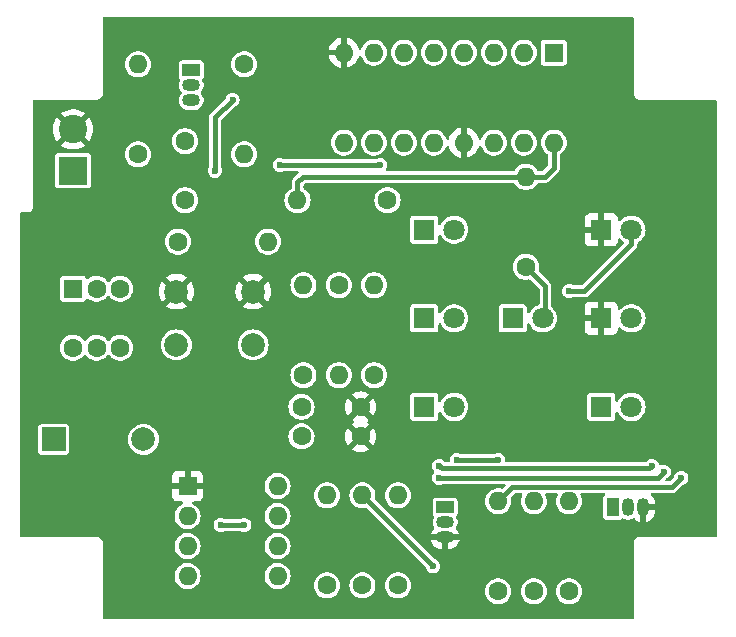
<source format=gbl>
G04 #@! TF.GenerationSoftware,KiCad,Pcbnew,8.0.6*
G04 #@! TF.CreationDate,2025-01-02T19:07:44+01:00*
G04 #@! TF.ProjectId,kostka,6b6f7374-6b61-42e6-9b69-6361645f7063,1*
G04 #@! TF.SameCoordinates,Original*
G04 #@! TF.FileFunction,Copper,L2,Bot*
G04 #@! TF.FilePolarity,Positive*
%FSLAX46Y46*%
G04 Gerber Fmt 4.6, Leading zero omitted, Abs format (unit mm)*
G04 Created by KiCad (PCBNEW 8.0.6) date 2025-01-02 19:07:44*
%MOMM*%
%LPD*%
G01*
G04 APERTURE LIST*
G04 #@! TA.AperFunction,ComponentPad*
%ADD10R,1.600000X1.600000*%
G04 #@! TD*
G04 #@! TA.AperFunction,ComponentPad*
%ADD11O,1.600000X1.600000*%
G04 #@! TD*
G04 #@! TA.AperFunction,ComponentPad*
%ADD12C,1.600000*%
G04 #@! TD*
G04 #@! TA.AperFunction,ComponentPad*
%ADD13R,1.050000X1.500000*%
G04 #@! TD*
G04 #@! TA.AperFunction,ComponentPad*
%ADD14O,1.050000X1.500000*%
G04 #@! TD*
G04 #@! TA.AperFunction,ComponentPad*
%ADD15R,2.000000X2.000000*%
G04 #@! TD*
G04 #@! TA.AperFunction,ComponentPad*
%ADD16C,2.000000*%
G04 #@! TD*
G04 #@! TA.AperFunction,ComponentPad*
%ADD17R,1.800000X1.800000*%
G04 #@! TD*
G04 #@! TA.AperFunction,ComponentPad*
%ADD18C,1.800000*%
G04 #@! TD*
G04 #@! TA.AperFunction,ComponentPad*
%ADD19R,1.500000X1.050000*%
G04 #@! TD*
G04 #@! TA.AperFunction,ComponentPad*
%ADD20O,1.500000X1.050000*%
G04 #@! TD*
G04 #@! TA.AperFunction,ComponentPad*
%ADD21R,2.400000X2.400000*%
G04 #@! TD*
G04 #@! TA.AperFunction,ComponentPad*
%ADD22C,2.400000*%
G04 #@! TD*
G04 #@! TA.AperFunction,ViaPad*
%ADD23C,0.600000*%
G04 #@! TD*
G04 #@! TA.AperFunction,ViaPad*
%ADD24C,5.500000*%
G04 #@! TD*
G04 #@! TA.AperFunction,Conductor*
%ADD25C,0.400000*%
G04 #@! TD*
G04 APERTURE END LIST*
D10*
X175700000Y-62500000D03*
D11*
X173160000Y-62500000D03*
X170620000Y-62500000D03*
X168080000Y-62500000D03*
X165540000Y-62500000D03*
X163000000Y-62500000D03*
X160460000Y-62500000D03*
X157920000Y-62500000D03*
X157920000Y-70120000D03*
X160460000Y-70120000D03*
X163000000Y-70120000D03*
X165540000Y-70120000D03*
X168080000Y-70120000D03*
X170620000Y-70120000D03*
X173160000Y-70120000D03*
X175700000Y-70120000D03*
D12*
X174000000Y-108120000D03*
D11*
X174000000Y-100500000D03*
D12*
X156500000Y-107620000D03*
D11*
X156500000Y-100000000D03*
D12*
X140500000Y-71120000D03*
D11*
X140500000Y-63500000D03*
D12*
X154500000Y-89810000D03*
D11*
X154500000Y-82190000D03*
D13*
X180730000Y-101000000D03*
D14*
X182000000Y-101000000D03*
X183270000Y-101000000D03*
D12*
X177000000Y-108120000D03*
D11*
X177000000Y-100500000D03*
D15*
X133360000Y-95250000D03*
D16*
X140960000Y-95250000D03*
D17*
X179730000Y-77500000D03*
D18*
X182270000Y-77500000D03*
D10*
X144700000Y-99200000D03*
D11*
X144700000Y-101740000D03*
X144700000Y-104280000D03*
X144700000Y-106820000D03*
X152320000Y-106820000D03*
X152320000Y-104280000D03*
X152320000Y-101740000D03*
X152320000Y-99200000D03*
D19*
X145000000Y-64000000D03*
D20*
X145000000Y-65270000D03*
X145000000Y-66540000D03*
D12*
X149500000Y-63500000D03*
D11*
X149500000Y-71120000D03*
D12*
X159500000Y-107620000D03*
D11*
X159500000Y-100000000D03*
D12*
X144500000Y-70000000D03*
X144500000Y-75000000D03*
X161620000Y-75000000D03*
D11*
X154000000Y-75000000D03*
D17*
X179725000Y-92500000D03*
D18*
X182265000Y-92500000D03*
D17*
X164725000Y-85000000D03*
D18*
X167265000Y-85000000D03*
D21*
X135000000Y-72500000D03*
D22*
X135000000Y-69000000D03*
D10*
X135000000Y-82500000D03*
D12*
X137000000Y-82500000D03*
X139000000Y-82500000D03*
X135000000Y-87500000D03*
X137000000Y-87500000D03*
X139000000Y-87500000D03*
X171000000Y-108120000D03*
D11*
X171000000Y-100500000D03*
D12*
X157500000Y-82190000D03*
D11*
X157500000Y-89810000D03*
D12*
X160500000Y-89810000D03*
D11*
X160500000Y-82190000D03*
D12*
X154345000Y-95000000D03*
X159345000Y-95000000D03*
D17*
X179725000Y-85000000D03*
D18*
X182265000Y-85000000D03*
D17*
X164725000Y-77500000D03*
D18*
X167265000Y-77500000D03*
D17*
X172230000Y-85000000D03*
D18*
X174770000Y-85000000D03*
D12*
X143880000Y-78500000D03*
D11*
X151500000Y-78500000D03*
D12*
X173355000Y-80645000D03*
D11*
X173355000Y-73025000D03*
D16*
X143750000Y-82750000D03*
X150250000Y-82750000D03*
X143750000Y-87250000D03*
X150250000Y-87250000D03*
D12*
X162500000Y-107620000D03*
D11*
X162500000Y-100000000D03*
D17*
X164730000Y-92500000D03*
D18*
X167270000Y-92500000D03*
D19*
X166500000Y-101000000D03*
D20*
X166500000Y-102270000D03*
X166500000Y-103540000D03*
D12*
X154345000Y-92500000D03*
X159345000Y-92500000D03*
D23*
X161000000Y-72000000D03*
X152500000Y-72000000D03*
D24*
X181000000Y-71000000D03*
X174000000Y-93000000D03*
X148000000Y-93000000D03*
X135000000Y-78000000D03*
D23*
X149500000Y-102500000D03*
X147500000Y-102500000D03*
X177000000Y-82700000D03*
X148500000Y-66500000D03*
X147000000Y-72500000D03*
X186500000Y-98500000D03*
X165500000Y-106000000D03*
X167500000Y-97000000D03*
X171000000Y-97000000D03*
X166000000Y-97500000D03*
X184000000Y-97500000D03*
X185000000Y-98000000D03*
X166000000Y-98500000D03*
D25*
X175700000Y-72300000D02*
X175700000Y-70120000D01*
X174975000Y-73025000D02*
X175700000Y-72300000D01*
X154475000Y-73025000D02*
X174975000Y-73025000D01*
X154000000Y-73500000D02*
X154475000Y-73025000D01*
X154000000Y-75000000D02*
X154000000Y-73500000D01*
X175000000Y-82290000D02*
X175000000Y-85270000D01*
X175000000Y-85270000D02*
X174770000Y-85500000D01*
X173355000Y-80645000D02*
X175000000Y-82290000D01*
X182270000Y-78730000D02*
X182270000Y-77500000D01*
X178300000Y-82700000D02*
X182270000Y-78730000D01*
X177000000Y-82700000D02*
X178300000Y-82700000D01*
X152500000Y-72000000D02*
X161000000Y-72000000D01*
X147500000Y-102500000D02*
X149500000Y-102500000D01*
X148500000Y-66500000D02*
X147000000Y-68000000D01*
X147000000Y-68000000D02*
X147000000Y-72500000D01*
X185700000Y-99300000D02*
X186500000Y-98500000D01*
X172200000Y-99300000D02*
X185700000Y-99300000D01*
X171000000Y-100500000D02*
X172200000Y-99300000D01*
X159500000Y-100000000D02*
X165500000Y-106000000D01*
X167500000Y-97000000D02*
X171000000Y-97000000D01*
X166200000Y-97700000D02*
X183800000Y-97700000D01*
X166000000Y-97500000D02*
X166200000Y-97700000D01*
X183800000Y-97700000D02*
X184000000Y-97500000D01*
X184500000Y-98500000D02*
X185000000Y-98000000D01*
X166000000Y-98500000D02*
X184500000Y-98500000D01*
G04 #@! TA.AperFunction,Conductor*
G36*
X182442539Y-59520185D02*
G01*
X182488294Y-59572989D01*
X182499500Y-59624500D01*
X182499500Y-66065891D01*
X182533608Y-66193187D01*
X182535902Y-66197160D01*
X182599500Y-66307314D01*
X182692686Y-66400500D01*
X182806814Y-66466392D01*
X182934108Y-66500500D01*
X189375500Y-66500500D01*
X189442539Y-66520185D01*
X189488294Y-66572989D01*
X189499500Y-66624500D01*
X189499500Y-103375500D01*
X189479815Y-103442539D01*
X189427011Y-103488294D01*
X189375500Y-103499500D01*
X182934108Y-103499500D01*
X182806812Y-103533608D01*
X182692686Y-103599500D01*
X182692683Y-103599502D01*
X182599502Y-103692683D01*
X182599500Y-103692686D01*
X182533608Y-103806812D01*
X182499500Y-103934108D01*
X182499500Y-110375500D01*
X182479815Y-110442539D01*
X182427011Y-110488294D01*
X182375500Y-110499500D01*
X137624500Y-110499500D01*
X137557461Y-110479815D01*
X137511706Y-110427011D01*
X137500500Y-110375500D01*
X137500500Y-106819999D01*
X143594785Y-106819999D01*
X143594785Y-106820000D01*
X143613602Y-107023082D01*
X143669417Y-107219247D01*
X143669422Y-107219260D01*
X143760327Y-107401821D01*
X143883237Y-107564581D01*
X144033958Y-107701980D01*
X144033960Y-107701982D01*
X144064254Y-107720739D01*
X144207363Y-107809348D01*
X144397544Y-107883024D01*
X144598024Y-107920500D01*
X144598026Y-107920500D01*
X144801974Y-107920500D01*
X144801976Y-107920500D01*
X145002456Y-107883024D01*
X145192637Y-107809348D01*
X145366041Y-107701981D01*
X145516764Y-107564579D01*
X145639673Y-107401821D01*
X145730582Y-107219250D01*
X145786397Y-107023083D01*
X145805215Y-106820000D01*
X145805215Y-106819999D01*
X151214785Y-106819999D01*
X151214785Y-106820000D01*
X151233602Y-107023082D01*
X151289417Y-107219247D01*
X151289422Y-107219260D01*
X151380327Y-107401821D01*
X151503237Y-107564581D01*
X151653958Y-107701980D01*
X151653960Y-107701982D01*
X151684254Y-107720739D01*
X151827363Y-107809348D01*
X152017544Y-107883024D01*
X152218024Y-107920500D01*
X152218026Y-107920500D01*
X152421974Y-107920500D01*
X152421976Y-107920500D01*
X152622456Y-107883024D01*
X152812637Y-107809348D01*
X152986041Y-107701981D01*
X153075971Y-107619999D01*
X155394785Y-107619999D01*
X155394785Y-107620000D01*
X155413602Y-107823082D01*
X155469417Y-108019247D01*
X155469422Y-108019260D01*
X155560327Y-108201821D01*
X155683237Y-108364581D01*
X155833958Y-108501980D01*
X155833960Y-108501982D01*
X155933141Y-108563392D01*
X156007363Y-108609348D01*
X156197544Y-108683024D01*
X156398024Y-108720500D01*
X156398026Y-108720500D01*
X156601974Y-108720500D01*
X156601976Y-108720500D01*
X156802456Y-108683024D01*
X156992637Y-108609348D01*
X157166041Y-108501981D01*
X157316764Y-108364579D01*
X157439673Y-108201821D01*
X157530582Y-108019250D01*
X157586397Y-107823083D01*
X157605215Y-107620000D01*
X157605215Y-107619999D01*
X158394785Y-107619999D01*
X158394785Y-107620000D01*
X158413602Y-107823082D01*
X158469417Y-108019247D01*
X158469422Y-108019260D01*
X158560327Y-108201821D01*
X158683237Y-108364581D01*
X158833958Y-108501980D01*
X158833960Y-108501982D01*
X158933141Y-108563392D01*
X159007363Y-108609348D01*
X159197544Y-108683024D01*
X159398024Y-108720500D01*
X159398026Y-108720500D01*
X159601974Y-108720500D01*
X159601976Y-108720500D01*
X159802456Y-108683024D01*
X159992637Y-108609348D01*
X160166041Y-108501981D01*
X160316764Y-108364579D01*
X160439673Y-108201821D01*
X160530582Y-108019250D01*
X160586397Y-107823083D01*
X160605215Y-107620000D01*
X160605215Y-107619999D01*
X161394785Y-107619999D01*
X161394785Y-107620000D01*
X161413602Y-107823082D01*
X161469417Y-108019247D01*
X161469422Y-108019260D01*
X161560327Y-108201821D01*
X161683237Y-108364581D01*
X161833958Y-108501980D01*
X161833960Y-108501982D01*
X161933141Y-108563392D01*
X162007363Y-108609348D01*
X162197544Y-108683024D01*
X162398024Y-108720500D01*
X162398026Y-108720500D01*
X162601974Y-108720500D01*
X162601976Y-108720500D01*
X162802456Y-108683024D01*
X162992637Y-108609348D01*
X163166041Y-108501981D01*
X163316764Y-108364579D01*
X163439673Y-108201821D01*
X163480415Y-108119999D01*
X169894785Y-108119999D01*
X169894785Y-108120000D01*
X169913602Y-108323082D01*
X169969417Y-108519247D01*
X169969422Y-108519260D01*
X170060327Y-108701821D01*
X170183237Y-108864581D01*
X170333958Y-109001980D01*
X170333960Y-109001982D01*
X170433141Y-109063392D01*
X170507363Y-109109348D01*
X170697544Y-109183024D01*
X170898024Y-109220500D01*
X170898026Y-109220500D01*
X171101974Y-109220500D01*
X171101976Y-109220500D01*
X171302456Y-109183024D01*
X171492637Y-109109348D01*
X171666041Y-109001981D01*
X171816764Y-108864579D01*
X171939673Y-108701821D01*
X172030582Y-108519250D01*
X172086397Y-108323083D01*
X172105215Y-108120000D01*
X172105215Y-108119999D01*
X172894785Y-108119999D01*
X172894785Y-108120000D01*
X172913602Y-108323082D01*
X172969417Y-108519247D01*
X172969422Y-108519260D01*
X173060327Y-108701821D01*
X173183237Y-108864581D01*
X173333958Y-109001980D01*
X173333960Y-109001982D01*
X173433141Y-109063392D01*
X173507363Y-109109348D01*
X173697544Y-109183024D01*
X173898024Y-109220500D01*
X173898026Y-109220500D01*
X174101974Y-109220500D01*
X174101976Y-109220500D01*
X174302456Y-109183024D01*
X174492637Y-109109348D01*
X174666041Y-109001981D01*
X174816764Y-108864579D01*
X174939673Y-108701821D01*
X175030582Y-108519250D01*
X175086397Y-108323083D01*
X175105215Y-108120000D01*
X175105215Y-108119999D01*
X175894785Y-108119999D01*
X175894785Y-108120000D01*
X175913602Y-108323082D01*
X175969417Y-108519247D01*
X175969422Y-108519260D01*
X176060327Y-108701821D01*
X176183237Y-108864581D01*
X176333958Y-109001980D01*
X176333960Y-109001982D01*
X176433141Y-109063392D01*
X176507363Y-109109348D01*
X176697544Y-109183024D01*
X176898024Y-109220500D01*
X176898026Y-109220500D01*
X177101974Y-109220500D01*
X177101976Y-109220500D01*
X177302456Y-109183024D01*
X177492637Y-109109348D01*
X177666041Y-109001981D01*
X177816764Y-108864579D01*
X177939673Y-108701821D01*
X178030582Y-108519250D01*
X178086397Y-108323083D01*
X178105215Y-108120000D01*
X178086397Y-107916917D01*
X178030582Y-107720750D01*
X178021236Y-107701981D01*
X177980414Y-107619999D01*
X177939673Y-107538179D01*
X177848100Y-107416917D01*
X177816762Y-107375418D01*
X177666041Y-107238019D01*
X177666039Y-107238017D01*
X177492642Y-107130655D01*
X177492635Y-107130651D01*
X177397546Y-107093814D01*
X177302456Y-107056976D01*
X177101976Y-107019500D01*
X176898024Y-107019500D01*
X176697544Y-107056976D01*
X176697541Y-107056976D01*
X176697541Y-107056977D01*
X176507364Y-107130651D01*
X176507357Y-107130655D01*
X176333960Y-107238017D01*
X176333958Y-107238019D01*
X176183237Y-107375418D01*
X176060327Y-107538178D01*
X175969422Y-107720739D01*
X175969417Y-107720752D01*
X175913602Y-107916917D01*
X175894785Y-108119999D01*
X175105215Y-108119999D01*
X175086397Y-107916917D01*
X175030582Y-107720750D01*
X175021236Y-107701981D01*
X174980414Y-107619999D01*
X174939673Y-107538179D01*
X174848100Y-107416917D01*
X174816762Y-107375418D01*
X174666041Y-107238019D01*
X174666039Y-107238017D01*
X174492642Y-107130655D01*
X174492635Y-107130651D01*
X174397546Y-107093814D01*
X174302456Y-107056976D01*
X174101976Y-107019500D01*
X173898024Y-107019500D01*
X173697544Y-107056976D01*
X173697541Y-107056976D01*
X173697541Y-107056977D01*
X173507364Y-107130651D01*
X173507357Y-107130655D01*
X173333960Y-107238017D01*
X173333958Y-107238019D01*
X173183237Y-107375418D01*
X173060327Y-107538178D01*
X172969422Y-107720739D01*
X172969417Y-107720752D01*
X172913602Y-107916917D01*
X172894785Y-108119999D01*
X172105215Y-108119999D01*
X172086397Y-107916917D01*
X172030582Y-107720750D01*
X172021236Y-107701981D01*
X171980414Y-107619999D01*
X171939673Y-107538179D01*
X171848100Y-107416917D01*
X171816762Y-107375418D01*
X171666041Y-107238019D01*
X171666039Y-107238017D01*
X171492642Y-107130655D01*
X171492635Y-107130651D01*
X171397546Y-107093814D01*
X171302456Y-107056976D01*
X171101976Y-107019500D01*
X170898024Y-107019500D01*
X170697544Y-107056976D01*
X170697541Y-107056976D01*
X170697541Y-107056977D01*
X170507364Y-107130651D01*
X170507357Y-107130655D01*
X170333960Y-107238017D01*
X170333958Y-107238019D01*
X170183237Y-107375418D01*
X170060327Y-107538178D01*
X169969422Y-107720739D01*
X169969417Y-107720752D01*
X169913602Y-107916917D01*
X169894785Y-108119999D01*
X163480415Y-108119999D01*
X163530582Y-108019250D01*
X163586397Y-107823083D01*
X163605215Y-107620000D01*
X163586397Y-107416917D01*
X163530582Y-107220750D01*
X163529840Y-107219260D01*
X163449033Y-107056977D01*
X163439673Y-107038179D01*
X163316764Y-106875421D01*
X163316762Y-106875418D01*
X163166041Y-106738019D01*
X163166039Y-106738017D01*
X162992642Y-106630655D01*
X162992635Y-106630651D01*
X162874906Y-106585043D01*
X162802456Y-106556976D01*
X162601976Y-106519500D01*
X162398024Y-106519500D01*
X162197544Y-106556976D01*
X162197541Y-106556976D01*
X162197541Y-106556977D01*
X162007364Y-106630651D01*
X162007357Y-106630655D01*
X161833960Y-106738017D01*
X161833958Y-106738019D01*
X161683237Y-106875418D01*
X161560327Y-107038178D01*
X161469422Y-107220739D01*
X161469417Y-107220752D01*
X161413602Y-107416917D01*
X161394785Y-107619999D01*
X160605215Y-107619999D01*
X160586397Y-107416917D01*
X160530582Y-107220750D01*
X160529840Y-107219260D01*
X160449033Y-107056977D01*
X160439673Y-107038179D01*
X160316764Y-106875421D01*
X160316762Y-106875418D01*
X160166041Y-106738019D01*
X160166039Y-106738017D01*
X159992642Y-106630655D01*
X159992635Y-106630651D01*
X159874906Y-106585043D01*
X159802456Y-106556976D01*
X159601976Y-106519500D01*
X159398024Y-106519500D01*
X159197544Y-106556976D01*
X159197541Y-106556976D01*
X159197541Y-106556977D01*
X159007364Y-106630651D01*
X159007357Y-106630655D01*
X158833960Y-106738017D01*
X158833958Y-106738019D01*
X158683237Y-106875418D01*
X158560327Y-107038178D01*
X158469422Y-107220739D01*
X158469417Y-107220752D01*
X158413602Y-107416917D01*
X158394785Y-107619999D01*
X157605215Y-107619999D01*
X157586397Y-107416917D01*
X157530582Y-107220750D01*
X157529840Y-107219260D01*
X157449033Y-107056977D01*
X157439673Y-107038179D01*
X157316764Y-106875421D01*
X157316762Y-106875418D01*
X157166041Y-106738019D01*
X157166039Y-106738017D01*
X156992642Y-106630655D01*
X156992635Y-106630651D01*
X156874906Y-106585043D01*
X156802456Y-106556976D01*
X156601976Y-106519500D01*
X156398024Y-106519500D01*
X156197544Y-106556976D01*
X156197541Y-106556976D01*
X156197541Y-106556977D01*
X156007364Y-106630651D01*
X156007357Y-106630655D01*
X155833960Y-106738017D01*
X155833958Y-106738019D01*
X155683237Y-106875418D01*
X155560327Y-107038178D01*
X155469422Y-107220739D01*
X155469417Y-107220752D01*
X155413602Y-107416917D01*
X155394785Y-107619999D01*
X153075971Y-107619999D01*
X153136764Y-107564579D01*
X153259673Y-107401821D01*
X153350582Y-107219250D01*
X153406397Y-107023083D01*
X153425215Y-106820000D01*
X153406397Y-106616917D01*
X153350582Y-106420750D01*
X153259673Y-106238179D01*
X153168628Y-106117616D01*
X153136762Y-106075418D01*
X152986041Y-105938019D01*
X152986039Y-105938017D01*
X152812642Y-105830655D01*
X152812635Y-105830651D01*
X152717546Y-105793814D01*
X152622456Y-105756976D01*
X152421976Y-105719500D01*
X152218024Y-105719500D01*
X152017544Y-105756976D01*
X152017541Y-105756976D01*
X152017541Y-105756977D01*
X151827364Y-105830651D01*
X151827357Y-105830655D01*
X151653960Y-105938017D01*
X151653958Y-105938019D01*
X151503237Y-106075418D01*
X151380327Y-106238178D01*
X151289422Y-106420739D01*
X151289417Y-106420752D01*
X151233602Y-106616917D01*
X151214785Y-106819999D01*
X145805215Y-106819999D01*
X145786397Y-106616917D01*
X145730582Y-106420750D01*
X145639673Y-106238179D01*
X145548628Y-106117616D01*
X145516762Y-106075418D01*
X145366041Y-105938019D01*
X145366039Y-105938017D01*
X145192642Y-105830655D01*
X145192635Y-105830651D01*
X145097546Y-105793814D01*
X145002456Y-105756976D01*
X144801976Y-105719500D01*
X144598024Y-105719500D01*
X144397544Y-105756976D01*
X144397541Y-105756976D01*
X144397541Y-105756977D01*
X144207364Y-105830651D01*
X144207357Y-105830655D01*
X144033960Y-105938017D01*
X144033958Y-105938019D01*
X143883237Y-106075418D01*
X143760327Y-106238178D01*
X143669422Y-106420739D01*
X143669417Y-106420752D01*
X143613602Y-106616917D01*
X143594785Y-106819999D01*
X137500500Y-106819999D01*
X137500500Y-104279999D01*
X143594785Y-104279999D01*
X143594785Y-104280000D01*
X143613602Y-104483082D01*
X143669417Y-104679247D01*
X143669422Y-104679260D01*
X143760327Y-104861821D01*
X143883237Y-105024581D01*
X144033958Y-105161980D01*
X144033960Y-105161982D01*
X144133141Y-105223392D01*
X144207363Y-105269348D01*
X144397544Y-105343024D01*
X144598024Y-105380500D01*
X144598026Y-105380500D01*
X144801974Y-105380500D01*
X144801976Y-105380500D01*
X145002456Y-105343024D01*
X145192637Y-105269348D01*
X145366041Y-105161981D01*
X145516764Y-105024579D01*
X145639673Y-104861821D01*
X145730582Y-104679250D01*
X145786397Y-104483083D01*
X145805215Y-104280000D01*
X145805215Y-104279999D01*
X151214785Y-104279999D01*
X151214785Y-104280000D01*
X151233602Y-104483082D01*
X151289417Y-104679247D01*
X151289422Y-104679260D01*
X151380327Y-104861821D01*
X151503237Y-105024581D01*
X151653958Y-105161980D01*
X151653960Y-105161982D01*
X151753141Y-105223392D01*
X151827363Y-105269348D01*
X152017544Y-105343024D01*
X152218024Y-105380500D01*
X152218026Y-105380500D01*
X152421974Y-105380500D01*
X152421976Y-105380500D01*
X152622456Y-105343024D01*
X152812637Y-105269348D01*
X152986041Y-105161981D01*
X153136764Y-105024579D01*
X153259673Y-104861821D01*
X153350582Y-104679250D01*
X153406397Y-104483083D01*
X153425215Y-104280000D01*
X153406397Y-104076917D01*
X153350582Y-103880750D01*
X153330328Y-103840075D01*
X153295562Y-103770255D01*
X153259673Y-103698179D01*
X153136764Y-103535421D01*
X153136762Y-103535418D01*
X152986041Y-103398019D01*
X152986039Y-103398017D01*
X152812642Y-103290655D01*
X152812635Y-103290651D01*
X152684511Y-103241016D01*
X152622456Y-103216976D01*
X152421976Y-103179500D01*
X152218024Y-103179500D01*
X152017544Y-103216976D01*
X152017541Y-103216976D01*
X152017541Y-103216977D01*
X151827364Y-103290651D01*
X151827357Y-103290655D01*
X151653960Y-103398017D01*
X151653958Y-103398019D01*
X151503237Y-103535418D01*
X151380327Y-103698178D01*
X151289422Y-103880739D01*
X151289417Y-103880752D01*
X151233602Y-104076917D01*
X151214785Y-104279999D01*
X145805215Y-104279999D01*
X145786397Y-104076917D01*
X145730582Y-103880750D01*
X145710328Y-103840075D01*
X145675562Y-103770255D01*
X145639673Y-103698179D01*
X145516764Y-103535421D01*
X145516762Y-103535418D01*
X145366041Y-103398019D01*
X145366039Y-103398017D01*
X145192642Y-103290655D01*
X145192635Y-103290651D01*
X145064511Y-103241016D01*
X145002456Y-103216976D01*
X144801976Y-103179500D01*
X144598024Y-103179500D01*
X144397544Y-103216976D01*
X144397541Y-103216976D01*
X144397541Y-103216977D01*
X144207364Y-103290651D01*
X144207357Y-103290655D01*
X144033960Y-103398017D01*
X144033958Y-103398019D01*
X143883237Y-103535418D01*
X143760327Y-103698178D01*
X143669422Y-103880739D01*
X143669417Y-103880752D01*
X143613602Y-104076917D01*
X143594785Y-104279999D01*
X137500500Y-104279999D01*
X137500500Y-103934110D01*
X137500500Y-103934108D01*
X137466392Y-103806814D01*
X137400500Y-103692686D01*
X137307314Y-103599500D01*
X137250250Y-103566554D01*
X137193187Y-103533608D01*
X137129539Y-103516554D01*
X137065892Y-103499500D01*
X137065891Y-103499500D01*
X130624500Y-103499500D01*
X130557461Y-103479815D01*
X130511706Y-103427011D01*
X130500500Y-103375500D01*
X130500500Y-98352155D01*
X143400000Y-98352155D01*
X143400000Y-98950000D01*
X144384314Y-98950000D01*
X144379920Y-98954394D01*
X144327259Y-99045606D01*
X144300000Y-99147339D01*
X144300000Y-99252661D01*
X144327259Y-99354394D01*
X144379920Y-99445606D01*
X144384314Y-99450000D01*
X143400000Y-99450000D01*
X143400000Y-100047844D01*
X143406401Y-100107372D01*
X143406403Y-100107379D01*
X143456645Y-100242086D01*
X143456649Y-100242093D01*
X143542809Y-100357187D01*
X143542812Y-100357190D01*
X143657906Y-100443350D01*
X143657913Y-100443354D01*
X143792620Y-100493596D01*
X143792627Y-100493598D01*
X143852155Y-100499999D01*
X143852172Y-100500000D01*
X144191029Y-100500000D01*
X144258068Y-100519685D01*
X144303823Y-100572489D01*
X144313767Y-100641647D01*
X144284742Y-100705203D01*
X144235824Y-100739626D01*
X144224820Y-100743889D01*
X144207364Y-100750651D01*
X144207357Y-100750655D01*
X144033960Y-100858017D01*
X144033958Y-100858019D01*
X143883237Y-100995418D01*
X143760327Y-101158178D01*
X143669422Y-101340739D01*
X143669417Y-101340752D01*
X143613602Y-101536917D01*
X143594785Y-101739999D01*
X143594785Y-101740000D01*
X143613602Y-101943082D01*
X143669417Y-102139247D01*
X143669422Y-102139260D01*
X143760327Y-102321821D01*
X143883237Y-102484581D01*
X144033958Y-102621980D01*
X144033960Y-102621982D01*
X144116178Y-102672889D01*
X144207363Y-102729348D01*
X144397544Y-102803024D01*
X144598024Y-102840500D01*
X144598026Y-102840500D01*
X144801974Y-102840500D01*
X144801976Y-102840500D01*
X145002456Y-102803024D01*
X145192637Y-102729348D01*
X145366041Y-102621981D01*
X145499850Y-102499998D01*
X146894318Y-102499998D01*
X146894318Y-102500001D01*
X146914955Y-102656760D01*
X146914956Y-102656762D01*
X146972723Y-102796225D01*
X146975464Y-102802841D01*
X147071718Y-102928282D01*
X147197159Y-103024536D01*
X147343238Y-103085044D01*
X147421619Y-103095363D01*
X147499999Y-103105682D01*
X147500000Y-103105682D01*
X147500001Y-103105682D01*
X147577340Y-103095500D01*
X147656762Y-103085044D01*
X147802841Y-103024536D01*
X147802845Y-103024532D01*
X147809876Y-103020474D01*
X147810882Y-103022216D01*
X147865932Y-103000931D01*
X147876257Y-103000500D01*
X149123743Y-103000500D01*
X149190782Y-103020185D01*
X149196099Y-103023924D01*
X149197157Y-103024534D01*
X149197159Y-103024536D01*
X149197160Y-103024536D01*
X149197163Y-103024538D01*
X149269433Y-103054473D01*
X149343238Y-103085044D01*
X149421619Y-103095363D01*
X149499999Y-103105682D01*
X149500000Y-103105682D01*
X149500001Y-103105682D01*
X149577340Y-103095500D01*
X149656762Y-103085044D01*
X149802841Y-103024536D01*
X149928282Y-102928282D01*
X150024536Y-102802841D01*
X150085044Y-102656762D01*
X150104262Y-102510789D01*
X150105682Y-102500001D01*
X150105682Y-102499998D01*
X150085044Y-102343239D01*
X150085044Y-102343238D01*
X150024536Y-102197159D01*
X149928282Y-102071718D01*
X149802841Y-101975464D01*
X149757176Y-101956549D01*
X149656762Y-101914956D01*
X149656760Y-101914955D01*
X149500001Y-101894318D01*
X149499999Y-101894318D01*
X149343239Y-101914955D01*
X149343234Y-101914957D01*
X149197163Y-101975461D01*
X149190124Y-101979526D01*
X149189117Y-101977783D01*
X149134068Y-101999069D01*
X149123743Y-101999500D01*
X147876257Y-101999500D01*
X147809218Y-101979815D01*
X147803900Y-101976075D01*
X147802836Y-101975461D01*
X147656765Y-101914957D01*
X147656760Y-101914955D01*
X147500001Y-101894318D01*
X147499999Y-101894318D01*
X147343239Y-101914955D01*
X147343237Y-101914956D01*
X147197160Y-101975463D01*
X147071718Y-102071718D01*
X146975463Y-102197160D01*
X146914956Y-102343237D01*
X146914955Y-102343239D01*
X146894318Y-102499998D01*
X145499850Y-102499998D01*
X145516764Y-102484579D01*
X145639673Y-102321821D01*
X145730582Y-102139250D01*
X145786397Y-101943083D01*
X145805215Y-101740000D01*
X145805215Y-101739999D01*
X151214785Y-101739999D01*
X151214785Y-101740000D01*
X151233602Y-101943082D01*
X151289417Y-102139247D01*
X151289422Y-102139260D01*
X151380327Y-102321821D01*
X151503237Y-102484581D01*
X151653958Y-102621980D01*
X151653960Y-102621982D01*
X151736178Y-102672889D01*
X151827363Y-102729348D01*
X152017544Y-102803024D01*
X152218024Y-102840500D01*
X152218026Y-102840500D01*
X152421974Y-102840500D01*
X152421976Y-102840500D01*
X152622456Y-102803024D01*
X152812637Y-102729348D01*
X152986041Y-102621981D01*
X153136764Y-102484579D01*
X153259673Y-102321821D01*
X153350582Y-102139250D01*
X153406397Y-101943083D01*
X153425215Y-101740000D01*
X153423895Y-101725760D01*
X153406397Y-101536917D01*
X153386159Y-101465789D01*
X153350582Y-101340750D01*
X153330328Y-101300075D01*
X153295562Y-101230255D01*
X153259673Y-101158179D01*
X153136764Y-100995421D01*
X153136762Y-100995418D01*
X152986041Y-100858019D01*
X152986039Y-100858017D01*
X152812642Y-100750655D01*
X152812635Y-100750651D01*
X152689844Y-100703082D01*
X152622456Y-100676976D01*
X152421976Y-100639500D01*
X152218024Y-100639500D01*
X152017544Y-100676976D01*
X152017541Y-100676976D01*
X152017541Y-100676977D01*
X151827364Y-100750651D01*
X151827357Y-100750655D01*
X151653960Y-100858017D01*
X151653958Y-100858019D01*
X151503237Y-100995418D01*
X151380327Y-101158178D01*
X151289422Y-101340739D01*
X151289417Y-101340752D01*
X151233602Y-101536917D01*
X151214785Y-101739999D01*
X145805215Y-101739999D01*
X145803895Y-101725760D01*
X145786397Y-101536917D01*
X145766159Y-101465789D01*
X145730582Y-101340750D01*
X145710328Y-101300075D01*
X145675562Y-101230255D01*
X145639673Y-101158179D01*
X145516764Y-100995421D01*
X145516762Y-100995418D01*
X145366041Y-100858019D01*
X145366039Y-100858017D01*
X145192642Y-100750655D01*
X145192635Y-100750651D01*
X145176966Y-100744581D01*
X145164175Y-100739626D01*
X145108776Y-100697054D01*
X145085185Y-100631287D01*
X145100896Y-100563207D01*
X145150920Y-100514428D01*
X145208971Y-100500000D01*
X145547828Y-100500000D01*
X145547844Y-100499999D01*
X145607372Y-100493598D01*
X145607379Y-100493596D01*
X145742086Y-100443354D01*
X145742093Y-100443350D01*
X145857187Y-100357190D01*
X145857190Y-100357187D01*
X145943350Y-100242093D01*
X145943354Y-100242086D01*
X145993596Y-100107379D01*
X145993598Y-100107372D01*
X145999999Y-100047844D01*
X146000000Y-100047827D01*
X146000000Y-99450000D01*
X145015686Y-99450000D01*
X145020080Y-99445606D01*
X145072741Y-99354394D01*
X145100000Y-99252661D01*
X145100000Y-99199999D01*
X151214785Y-99199999D01*
X151214785Y-99200000D01*
X151233602Y-99403082D01*
X151289417Y-99599247D01*
X151289422Y-99599260D01*
X151380327Y-99781821D01*
X151503237Y-99944581D01*
X151653958Y-100081980D01*
X151653960Y-100081982D01*
X151717946Y-100121600D01*
X151827363Y-100189348D01*
X152017544Y-100263024D01*
X152218024Y-100300500D01*
X152218026Y-100300500D01*
X152421974Y-100300500D01*
X152421976Y-100300500D01*
X152622456Y-100263024D01*
X152812637Y-100189348D01*
X152986041Y-100081981D01*
X153075971Y-99999999D01*
X155394785Y-99999999D01*
X155394785Y-100000000D01*
X155413602Y-100203082D01*
X155469417Y-100399247D01*
X155469422Y-100399260D01*
X155560327Y-100581821D01*
X155683237Y-100744581D01*
X155833958Y-100881980D01*
X155833960Y-100881982D01*
X155933141Y-100943392D01*
X156007363Y-100989348D01*
X156197544Y-101063024D01*
X156398024Y-101100500D01*
X156398026Y-101100500D01*
X156601974Y-101100500D01*
X156601976Y-101100500D01*
X156802456Y-101063024D01*
X156992637Y-100989348D01*
X157166041Y-100881981D01*
X157310103Y-100750651D01*
X157316762Y-100744581D01*
X157316764Y-100744579D01*
X157439673Y-100581821D01*
X157530582Y-100399250D01*
X157586397Y-100203083D01*
X157605215Y-100000000D01*
X157605215Y-99999999D01*
X158394785Y-99999999D01*
X158394785Y-100000000D01*
X158413602Y-100203082D01*
X158469417Y-100399247D01*
X158469422Y-100399260D01*
X158560327Y-100581821D01*
X158683237Y-100744581D01*
X158833958Y-100881980D01*
X158833960Y-100881982D01*
X158933141Y-100943392D01*
X159007363Y-100989348D01*
X159197544Y-101063024D01*
X159398024Y-101100500D01*
X159398026Y-101100500D01*
X159601974Y-101100500D01*
X159601976Y-101100500D01*
X159782655Y-101066725D01*
X159852168Y-101073756D01*
X159893119Y-101100933D01*
X164880038Y-106087852D01*
X164913523Y-106149175D01*
X164914641Y-106155588D01*
X164914954Y-106156758D01*
X164948680Y-106238179D01*
X164975464Y-106302841D01*
X165071718Y-106428282D01*
X165197159Y-106524536D01*
X165343238Y-106585044D01*
X165421619Y-106595363D01*
X165499999Y-106605682D01*
X165500000Y-106605682D01*
X165500001Y-106605682D01*
X165552254Y-106598802D01*
X165656762Y-106585044D01*
X165802841Y-106524536D01*
X165928282Y-106428282D01*
X166024536Y-106302841D01*
X166085044Y-106156762D01*
X166105682Y-106000000D01*
X166085044Y-105843238D01*
X166024536Y-105697159D01*
X165928282Y-105571718D01*
X165802841Y-105475464D01*
X165802839Y-105475463D01*
X165656758Y-105414954D01*
X165648911Y-105412852D01*
X165649430Y-105410911D01*
X165595443Y-105387023D01*
X165587852Y-105380038D01*
X163497814Y-103290000D01*
X165279647Y-103290000D01*
X166219670Y-103290000D01*
X166199925Y-103309745D01*
X166150556Y-103395255D01*
X166125000Y-103490630D01*
X166125000Y-103589370D01*
X166150556Y-103684745D01*
X166199925Y-103770255D01*
X166219670Y-103790000D01*
X165279647Y-103790000D01*
X165289387Y-103838974D01*
X165289390Y-103838983D01*
X165366652Y-104025513D01*
X165366659Y-104025526D01*
X165478829Y-104193399D01*
X165478832Y-104193403D01*
X165621596Y-104336167D01*
X165621600Y-104336170D01*
X165789473Y-104448340D01*
X165789486Y-104448347D01*
X165976016Y-104525609D01*
X165976025Y-104525612D01*
X166174041Y-104564999D01*
X166174045Y-104565000D01*
X166250000Y-104565000D01*
X166250000Y-103820330D01*
X166269745Y-103840075D01*
X166355255Y-103889444D01*
X166450630Y-103915000D01*
X166549370Y-103915000D01*
X166644745Y-103889444D01*
X166730255Y-103840075D01*
X166750000Y-103820330D01*
X166750000Y-104565000D01*
X166825955Y-104565000D01*
X166825958Y-104564999D01*
X167023974Y-104525612D01*
X167023983Y-104525609D01*
X167210513Y-104448347D01*
X167210526Y-104448340D01*
X167378399Y-104336170D01*
X167378403Y-104336167D01*
X167521167Y-104193403D01*
X167521170Y-104193399D01*
X167633340Y-104025526D01*
X167633347Y-104025513D01*
X167710609Y-103838983D01*
X167710612Y-103838974D01*
X167720353Y-103790000D01*
X166780330Y-103790000D01*
X166800075Y-103770255D01*
X166849444Y-103684745D01*
X166875000Y-103589370D01*
X166875000Y-103490630D01*
X166849444Y-103395255D01*
X166800075Y-103309745D01*
X166780330Y-103290000D01*
X167720353Y-103290000D01*
X167710612Y-103241025D01*
X167710609Y-103241016D01*
X167633347Y-103054486D01*
X167633340Y-103054473D01*
X167521171Y-102886601D01*
X167464035Y-102829466D01*
X167430550Y-102768143D01*
X167435534Y-102698451D01*
X167448615Y-102672893D01*
X167456548Y-102661021D01*
X167518776Y-102510789D01*
X167550500Y-102351305D01*
X167550500Y-102188695D01*
X167550500Y-102188692D01*
X167518777Y-102029216D01*
X167518776Y-102029215D01*
X167518776Y-102029211D01*
X167497474Y-101977783D01*
X167456551Y-101878985D01*
X167453675Y-101873604D01*
X167455715Y-101872513D01*
X167437911Y-101815658D01*
X167456394Y-101748277D01*
X167474207Y-101725763D01*
X167502206Y-101697765D01*
X167547585Y-101594991D01*
X167550500Y-101569865D01*
X167550499Y-100430136D01*
X167550497Y-100430117D01*
X167547586Y-100405012D01*
X167547585Y-100405010D01*
X167547585Y-100405009D01*
X167502206Y-100302235D01*
X167422765Y-100222794D01*
X167378124Y-100203083D01*
X167319992Y-100177415D01*
X167294865Y-100174500D01*
X165705143Y-100174500D01*
X165705117Y-100174502D01*
X165680012Y-100177413D01*
X165680008Y-100177415D01*
X165577235Y-100222793D01*
X165497794Y-100302234D01*
X165452415Y-100405006D01*
X165452415Y-100405008D01*
X165449500Y-100430131D01*
X165449500Y-101569856D01*
X165449502Y-101569882D01*
X165452413Y-101594987D01*
X165452415Y-101594991D01*
X165497793Y-101697764D01*
X165525789Y-101725760D01*
X165559274Y-101787083D01*
X165554290Y-101856775D01*
X165545818Y-101873339D01*
X165546322Y-101873609D01*
X165543450Y-101878980D01*
X165481225Y-102029206D01*
X165481222Y-102029216D01*
X165449500Y-102188692D01*
X165449500Y-102188695D01*
X165449500Y-102351305D01*
X165449500Y-102351307D01*
X165449499Y-102351307D01*
X165481222Y-102510783D01*
X165481225Y-102510793D01*
X165543448Y-102661014D01*
X165543455Y-102661027D01*
X165551384Y-102672893D01*
X165572262Y-102739570D01*
X165553778Y-102806951D01*
X165535965Y-102829464D01*
X165478827Y-102886603D01*
X165366659Y-103054473D01*
X165366652Y-103054486D01*
X165289390Y-103241016D01*
X165289387Y-103241025D01*
X165279647Y-103290000D01*
X163497814Y-103290000D01*
X160599050Y-100391236D01*
X160565565Y-100329913D01*
X160567465Y-100269620D01*
X160569342Y-100263024D01*
X160586397Y-100203083D01*
X160605215Y-100000000D01*
X160605215Y-99999999D01*
X161394785Y-99999999D01*
X161394785Y-100000000D01*
X161413602Y-100203082D01*
X161469417Y-100399247D01*
X161469422Y-100399260D01*
X161560327Y-100581821D01*
X161683237Y-100744581D01*
X161833958Y-100881980D01*
X161833960Y-100881982D01*
X161933141Y-100943392D01*
X162007363Y-100989348D01*
X162197544Y-101063024D01*
X162398024Y-101100500D01*
X162398026Y-101100500D01*
X162601974Y-101100500D01*
X162601976Y-101100500D01*
X162802456Y-101063024D01*
X162992637Y-100989348D01*
X163166041Y-100881981D01*
X163310103Y-100750651D01*
X163316762Y-100744581D01*
X163316764Y-100744579D01*
X163439673Y-100581821D01*
X163530582Y-100399250D01*
X163586397Y-100203083D01*
X163605215Y-100000000D01*
X163586397Y-99796917D01*
X163530582Y-99600750D01*
X163529840Y-99599260D01*
X163449033Y-99436977D01*
X163439673Y-99418179D01*
X163316764Y-99255421D01*
X163316762Y-99255418D01*
X163166041Y-99118019D01*
X163166039Y-99118017D01*
X162992642Y-99010655D01*
X162992635Y-99010651D01*
X162836075Y-98950000D01*
X162802456Y-98936976D01*
X162601976Y-98899500D01*
X162398024Y-98899500D01*
X162197544Y-98936976D01*
X162197541Y-98936976D01*
X162197541Y-98936977D01*
X162007364Y-99010651D01*
X162007357Y-99010655D01*
X161833960Y-99118017D01*
X161833958Y-99118019D01*
X161683237Y-99255418D01*
X161560327Y-99418178D01*
X161469422Y-99600739D01*
X161469417Y-99600752D01*
X161413602Y-99796917D01*
X161394785Y-99999999D01*
X160605215Y-99999999D01*
X160586397Y-99796917D01*
X160530582Y-99600750D01*
X160529840Y-99599260D01*
X160449033Y-99436977D01*
X160439673Y-99418179D01*
X160316764Y-99255421D01*
X160316762Y-99255418D01*
X160166041Y-99118019D01*
X160166039Y-99118017D01*
X159992642Y-99010655D01*
X159992635Y-99010651D01*
X159836075Y-98950000D01*
X159802456Y-98936976D01*
X159601976Y-98899500D01*
X159398024Y-98899500D01*
X159197544Y-98936976D01*
X159197541Y-98936976D01*
X159197541Y-98936977D01*
X159007364Y-99010651D01*
X159007357Y-99010655D01*
X158833960Y-99118017D01*
X158833958Y-99118019D01*
X158683237Y-99255418D01*
X158560327Y-99418178D01*
X158469422Y-99600739D01*
X158469417Y-99600752D01*
X158413602Y-99796917D01*
X158394785Y-99999999D01*
X157605215Y-99999999D01*
X157586397Y-99796917D01*
X157530582Y-99600750D01*
X157529840Y-99599260D01*
X157449033Y-99436977D01*
X157439673Y-99418179D01*
X157316764Y-99255421D01*
X157316762Y-99255418D01*
X157166041Y-99118019D01*
X157166039Y-99118017D01*
X156992642Y-99010655D01*
X156992635Y-99010651D01*
X156836075Y-98950000D01*
X156802456Y-98936976D01*
X156601976Y-98899500D01*
X156398024Y-98899500D01*
X156197544Y-98936976D01*
X156197541Y-98936976D01*
X156197541Y-98936977D01*
X156007364Y-99010651D01*
X156007357Y-99010655D01*
X155833960Y-99118017D01*
X155833958Y-99118019D01*
X155683237Y-99255418D01*
X155560327Y-99418178D01*
X155469422Y-99600739D01*
X155469417Y-99600752D01*
X155413602Y-99796917D01*
X155394785Y-99999999D01*
X153075971Y-99999999D01*
X153136764Y-99944579D01*
X153259673Y-99781821D01*
X153350582Y-99599250D01*
X153406397Y-99403083D01*
X153425215Y-99200000D01*
X153415040Y-99090197D01*
X153406397Y-98996917D01*
X153373108Y-98879920D01*
X153350582Y-98800750D01*
X153348548Y-98796666D01*
X153278884Y-98656760D01*
X153259673Y-98618179D01*
X153170429Y-98500001D01*
X153136762Y-98455418D01*
X152986041Y-98318019D01*
X152986039Y-98318017D01*
X152812642Y-98210655D01*
X152812635Y-98210651D01*
X152673530Y-98156762D01*
X152622456Y-98136976D01*
X152421976Y-98099500D01*
X152218024Y-98099500D01*
X152017544Y-98136976D01*
X152017541Y-98136976D01*
X152017541Y-98136977D01*
X151827364Y-98210651D01*
X151827357Y-98210655D01*
X151653960Y-98318017D01*
X151653958Y-98318019D01*
X151503237Y-98455418D01*
X151380327Y-98618178D01*
X151289422Y-98800739D01*
X151289417Y-98800752D01*
X151233602Y-98996917D01*
X151214785Y-99199999D01*
X145100000Y-99199999D01*
X145100000Y-99147339D01*
X145072741Y-99045606D01*
X145020080Y-98954394D01*
X145015686Y-98950000D01*
X146000000Y-98950000D01*
X146000000Y-98352172D01*
X145999999Y-98352155D01*
X145993598Y-98292627D01*
X145993596Y-98292620D01*
X145943354Y-98157913D01*
X145943350Y-98157906D01*
X145857190Y-98042812D01*
X145857187Y-98042809D01*
X145742093Y-97956649D01*
X145742086Y-97956645D01*
X145607379Y-97906403D01*
X145607372Y-97906401D01*
X145547844Y-97900000D01*
X144950000Y-97900000D01*
X144950000Y-98884314D01*
X144945606Y-98879920D01*
X144854394Y-98827259D01*
X144752661Y-98800000D01*
X144647339Y-98800000D01*
X144545606Y-98827259D01*
X144454394Y-98879920D01*
X144450000Y-98884314D01*
X144450000Y-97900000D01*
X143852155Y-97900000D01*
X143792627Y-97906401D01*
X143792620Y-97906403D01*
X143657913Y-97956645D01*
X143657906Y-97956649D01*
X143542812Y-98042809D01*
X143542809Y-98042812D01*
X143456649Y-98157906D01*
X143456645Y-98157913D01*
X143406403Y-98292620D01*
X143406401Y-98292627D01*
X143400000Y-98352155D01*
X130500500Y-98352155D01*
X130500500Y-97499998D01*
X165394318Y-97499998D01*
X165394318Y-97500001D01*
X165414955Y-97656760D01*
X165414956Y-97656762D01*
X165475464Y-97802842D01*
X165568826Y-97924514D01*
X165594020Y-97989683D01*
X165579981Y-98058128D01*
X165568826Y-98075486D01*
X165475464Y-98197157D01*
X165414956Y-98343237D01*
X165414955Y-98343239D01*
X165394318Y-98499998D01*
X165394318Y-98500001D01*
X165414955Y-98656760D01*
X165414956Y-98656762D01*
X165475464Y-98802841D01*
X165571718Y-98928282D01*
X165697159Y-99024536D01*
X165843238Y-99085044D01*
X165921619Y-99095363D01*
X165999999Y-99105682D01*
X166000000Y-99105682D01*
X166000001Y-99105682D01*
X166052254Y-99098802D01*
X166156762Y-99085044D01*
X166302841Y-99024536D01*
X166302845Y-99024532D01*
X166309876Y-99020474D01*
X166310882Y-99022216D01*
X166365932Y-99000931D01*
X166376257Y-99000500D01*
X171492325Y-99000500D01*
X171559364Y-99020185D01*
X171605119Y-99072989D01*
X171615063Y-99142147D01*
X171586038Y-99205703D01*
X171580025Y-99212160D01*
X171437792Y-99354394D01*
X171393119Y-99399067D01*
X171331795Y-99432551D01*
X171282654Y-99433274D01*
X171121143Y-99403083D01*
X171101976Y-99399500D01*
X170898024Y-99399500D01*
X170697544Y-99436976D01*
X170697541Y-99436976D01*
X170697541Y-99436977D01*
X170507364Y-99510651D01*
X170507357Y-99510655D01*
X170333960Y-99618017D01*
X170333958Y-99618019D01*
X170183237Y-99755418D01*
X170060327Y-99918178D01*
X169969422Y-100100739D01*
X169969417Y-100100752D01*
X169913602Y-100296917D01*
X169894785Y-100499999D01*
X169894785Y-100500000D01*
X169913602Y-100703082D01*
X169969417Y-100899247D01*
X169969422Y-100899260D01*
X170060327Y-101081821D01*
X170183237Y-101244581D01*
X170333958Y-101381980D01*
X170333960Y-101381982D01*
X170433141Y-101443392D01*
X170507363Y-101489348D01*
X170697544Y-101563024D01*
X170898024Y-101600500D01*
X170898026Y-101600500D01*
X171101974Y-101600500D01*
X171101976Y-101600500D01*
X171302456Y-101563024D01*
X171492637Y-101489348D01*
X171666041Y-101381981D01*
X171794122Y-101265219D01*
X171816762Y-101244581D01*
X171816764Y-101244579D01*
X171939673Y-101081821D01*
X172030582Y-100899250D01*
X172086397Y-100703083D01*
X172105215Y-100500000D01*
X172102993Y-100476025D01*
X172086397Y-100296918D01*
X172086397Y-100296917D01*
X172067464Y-100230376D01*
X172068050Y-100160512D01*
X172099045Y-100108766D01*
X172370995Y-99836816D01*
X172432317Y-99803334D01*
X172458675Y-99800500D01*
X172918657Y-99800500D01*
X172985696Y-99820185D01*
X173031451Y-99872989D01*
X173041395Y-99942147D01*
X173029657Y-99979771D01*
X172969424Y-100100734D01*
X172969417Y-100100752D01*
X172913602Y-100296917D01*
X172894785Y-100499999D01*
X172894785Y-100500000D01*
X172913602Y-100703082D01*
X172969417Y-100899247D01*
X172969422Y-100899260D01*
X173060327Y-101081821D01*
X173183237Y-101244581D01*
X173333958Y-101381980D01*
X173333960Y-101381982D01*
X173433141Y-101443392D01*
X173507363Y-101489348D01*
X173697544Y-101563024D01*
X173898024Y-101600500D01*
X173898026Y-101600500D01*
X174101974Y-101600500D01*
X174101976Y-101600500D01*
X174302456Y-101563024D01*
X174492637Y-101489348D01*
X174666041Y-101381981D01*
X174794122Y-101265219D01*
X174816762Y-101244581D01*
X174816764Y-101244579D01*
X174939673Y-101081821D01*
X175030582Y-100899250D01*
X175086397Y-100703083D01*
X175105215Y-100500000D01*
X175102993Y-100476025D01*
X175086397Y-100296917D01*
X175065307Y-100222794D01*
X175030582Y-100100750D01*
X175030577Y-100100739D01*
X175030575Y-100100734D01*
X174970343Y-99979771D01*
X174958082Y-99910986D01*
X174984955Y-99846491D01*
X175042431Y-99806764D01*
X175081343Y-99800500D01*
X175918657Y-99800500D01*
X175985696Y-99820185D01*
X176031451Y-99872989D01*
X176041395Y-99942147D01*
X176029657Y-99979771D01*
X175969424Y-100100734D01*
X175969417Y-100100752D01*
X175913602Y-100296917D01*
X175894785Y-100499999D01*
X175894785Y-100500000D01*
X175913602Y-100703082D01*
X175969417Y-100899247D01*
X175969422Y-100899260D01*
X176060327Y-101081821D01*
X176183237Y-101244581D01*
X176333958Y-101381980D01*
X176333960Y-101381982D01*
X176433141Y-101443392D01*
X176507363Y-101489348D01*
X176697544Y-101563024D01*
X176898024Y-101600500D01*
X176898026Y-101600500D01*
X177101974Y-101600500D01*
X177101976Y-101600500D01*
X177302456Y-101563024D01*
X177492637Y-101489348D01*
X177666041Y-101381981D01*
X177794122Y-101265219D01*
X177816762Y-101244581D01*
X177816764Y-101244579D01*
X177939673Y-101081821D01*
X178030582Y-100899250D01*
X178086397Y-100703083D01*
X178105215Y-100500000D01*
X178102993Y-100476025D01*
X178086397Y-100296917D01*
X178065307Y-100222794D01*
X178030582Y-100100750D01*
X178030577Y-100100739D01*
X178030575Y-100100734D01*
X177970343Y-99979771D01*
X177958082Y-99910986D01*
X177984955Y-99846491D01*
X178042431Y-99806764D01*
X178081343Y-99800500D01*
X179930167Y-99800500D01*
X179997206Y-99820185D01*
X180042961Y-99872989D01*
X180052905Y-99942147D01*
X180023880Y-100005703D01*
X180017848Y-100012181D01*
X179952794Y-100077234D01*
X179907415Y-100180006D01*
X179907415Y-100180008D01*
X179904500Y-100205131D01*
X179904500Y-101794856D01*
X179904502Y-101794882D01*
X179907413Y-101819987D01*
X179907415Y-101819991D01*
X179952793Y-101922764D01*
X179952794Y-101922765D01*
X180032235Y-102002206D01*
X180135009Y-102047585D01*
X180160135Y-102050500D01*
X181299864Y-102050499D01*
X181299879Y-102050497D01*
X181299882Y-102050497D01*
X181324987Y-102047586D01*
X181324988Y-102047585D01*
X181324991Y-102047585D01*
X181427765Y-102002206D01*
X181455761Y-101974209D01*
X181517081Y-101940725D01*
X181586773Y-101945709D01*
X181603332Y-101954183D01*
X181603604Y-101953675D01*
X181608985Y-101956551D01*
X181719205Y-102002205D01*
X181759211Y-102018776D01*
X181759215Y-102018776D01*
X181759216Y-102018777D01*
X181918692Y-102050500D01*
X181918695Y-102050500D01*
X182081307Y-102050500D01*
X182188598Y-102029157D01*
X182240789Y-102018776D01*
X182391021Y-101956548D01*
X182402892Y-101948616D01*
X182469565Y-101927736D01*
X182536946Y-101946218D01*
X182559466Y-101964035D01*
X182616601Y-102021171D01*
X182784473Y-102133340D01*
X182784486Y-102133347D01*
X182971016Y-102210609D01*
X182971025Y-102210612D01*
X183020000Y-102220353D01*
X183020000Y-101280330D01*
X183039745Y-101300075D01*
X183125255Y-101349444D01*
X183220630Y-101375000D01*
X183319370Y-101375000D01*
X183414745Y-101349444D01*
X183500255Y-101300075D01*
X183520000Y-101280330D01*
X183520000Y-102220352D01*
X183568974Y-102210612D01*
X183568983Y-102210609D01*
X183755513Y-102133347D01*
X183755526Y-102133340D01*
X183923399Y-102021170D01*
X183923403Y-102021167D01*
X184066167Y-101878403D01*
X184066170Y-101878399D01*
X184178340Y-101710526D01*
X184178347Y-101710513D01*
X184255609Y-101523983D01*
X184255612Y-101523974D01*
X184294999Y-101325958D01*
X184295000Y-101325955D01*
X184295000Y-101250000D01*
X183550330Y-101250000D01*
X183570075Y-101230255D01*
X183619444Y-101144745D01*
X183645000Y-101049370D01*
X183645000Y-100950630D01*
X183619444Y-100855255D01*
X183570075Y-100769745D01*
X183550330Y-100750000D01*
X184295000Y-100750000D01*
X184295000Y-100674045D01*
X184294999Y-100674041D01*
X184255612Y-100476025D01*
X184255609Y-100476016D01*
X184178347Y-100289486D01*
X184178340Y-100289473D01*
X184066170Y-100121600D01*
X184066167Y-100121596D01*
X183956752Y-100012181D01*
X183923267Y-99950858D01*
X183928251Y-99881166D01*
X183970123Y-99825233D01*
X184035587Y-99800816D01*
X184044433Y-99800500D01*
X185765890Y-99800500D01*
X185765892Y-99800500D01*
X185893186Y-99766392D01*
X186007314Y-99700500D01*
X186587852Y-99119960D01*
X186649173Y-99086477D01*
X186655580Y-99085360D01*
X186656754Y-99085044D01*
X186656762Y-99085044D01*
X186802841Y-99024536D01*
X186928282Y-98928282D01*
X187024536Y-98802841D01*
X187085044Y-98656762D01*
X187105682Y-98500000D01*
X187085044Y-98343238D01*
X187024536Y-98197159D01*
X186928282Y-98071718D01*
X186802841Y-97975464D01*
X186656762Y-97914956D01*
X186656760Y-97914955D01*
X186500001Y-97894318D01*
X186499999Y-97894318D01*
X186343239Y-97914955D01*
X186343237Y-97914956D01*
X186197160Y-97975463D01*
X186071718Y-98071718D01*
X185975463Y-98197160D01*
X185914954Y-98343241D01*
X185912852Y-98351089D01*
X185910911Y-98350569D01*
X185887019Y-98404559D01*
X185880038Y-98412146D01*
X185529005Y-98763181D01*
X185467682Y-98796666D01*
X185441324Y-98799500D01*
X185262409Y-98799500D01*
X185195370Y-98779815D01*
X185149615Y-98727011D01*
X185139671Y-98657853D01*
X185168696Y-98594297D01*
X185214955Y-98560939D01*
X185302841Y-98524536D01*
X185428282Y-98428282D01*
X185524536Y-98302841D01*
X185585044Y-98156762D01*
X185605682Y-98000000D01*
X185585044Y-97843238D01*
X185524536Y-97697159D01*
X185428282Y-97571718D01*
X185302841Y-97475464D01*
X185243352Y-97450823D01*
X185156762Y-97414956D01*
X185156760Y-97414955D01*
X185000001Y-97394318D01*
X184999999Y-97394318D01*
X184843240Y-97414955D01*
X184756647Y-97450823D01*
X184687177Y-97458291D01*
X184624698Y-97427015D01*
X184589046Y-97366926D01*
X184586256Y-97352445D01*
X184585044Y-97343240D01*
X184585044Y-97343239D01*
X184585044Y-97343238D01*
X184524536Y-97197159D01*
X184428282Y-97071718D01*
X184302841Y-96975464D01*
X184156762Y-96914956D01*
X184156760Y-96914955D01*
X184000001Y-96894318D01*
X183999999Y-96894318D01*
X183843239Y-96914955D01*
X183843237Y-96914956D01*
X183697160Y-96975463D01*
X183571716Y-97071719D01*
X183510894Y-97150986D01*
X183454466Y-97192189D01*
X183412518Y-97199500D01*
X171720812Y-97199500D01*
X171653773Y-97179815D01*
X171608018Y-97127011D01*
X171597873Y-97059314D01*
X171605682Y-96999999D01*
X171605682Y-96999998D01*
X171585044Y-96843239D01*
X171585044Y-96843238D01*
X171524536Y-96697159D01*
X171428282Y-96571718D01*
X171302841Y-96475464D01*
X171156762Y-96414956D01*
X171156760Y-96414955D01*
X171000001Y-96394318D01*
X170999999Y-96394318D01*
X170843239Y-96414955D01*
X170843234Y-96414957D01*
X170697163Y-96475461D01*
X170690124Y-96479526D01*
X170689117Y-96477783D01*
X170634068Y-96499069D01*
X170623743Y-96499500D01*
X167876257Y-96499500D01*
X167809218Y-96479815D01*
X167803900Y-96476075D01*
X167802836Y-96475461D01*
X167656765Y-96414957D01*
X167656760Y-96414955D01*
X167500001Y-96394318D01*
X167499999Y-96394318D01*
X167343239Y-96414955D01*
X167343237Y-96414956D01*
X167197160Y-96475463D01*
X167071718Y-96571718D01*
X166975463Y-96697160D01*
X166914956Y-96843237D01*
X166914955Y-96843239D01*
X166894318Y-96999998D01*
X166894318Y-96999999D01*
X166902127Y-97059314D01*
X166891362Y-97128350D01*
X166844982Y-97180606D01*
X166779188Y-97199500D01*
X166587482Y-97199500D01*
X166520443Y-97179815D01*
X166489106Y-97150986D01*
X166428283Y-97071719D01*
X166428282Y-97071718D01*
X166302841Y-96975464D01*
X166156762Y-96914956D01*
X166156760Y-96914955D01*
X166000001Y-96894318D01*
X165999999Y-96894318D01*
X165843239Y-96914955D01*
X165843237Y-96914956D01*
X165697160Y-96975463D01*
X165571718Y-97071718D01*
X165475463Y-97197160D01*
X165414956Y-97343237D01*
X165414955Y-97343239D01*
X165394318Y-97499998D01*
X130500500Y-97499998D01*
X130500500Y-94205131D01*
X132059500Y-94205131D01*
X132059500Y-96294856D01*
X132059502Y-96294882D01*
X132062413Y-96319987D01*
X132062415Y-96319991D01*
X132107793Y-96422764D01*
X132107794Y-96422765D01*
X132187235Y-96502206D01*
X132290009Y-96547585D01*
X132315135Y-96550500D01*
X134404864Y-96550499D01*
X134404879Y-96550497D01*
X134404882Y-96550497D01*
X134429987Y-96547586D01*
X134429988Y-96547585D01*
X134429991Y-96547585D01*
X134532765Y-96502206D01*
X134612206Y-96422765D01*
X134657585Y-96319991D01*
X134660500Y-96294865D01*
X134660499Y-95249998D01*
X139654532Y-95249998D01*
X139654532Y-95250001D01*
X139674364Y-95476686D01*
X139674366Y-95476697D01*
X139733258Y-95696488D01*
X139733261Y-95696497D01*
X139829431Y-95902732D01*
X139829432Y-95902734D01*
X139959954Y-96089141D01*
X140120858Y-96250045D01*
X140120861Y-96250047D01*
X140307266Y-96380568D01*
X140513504Y-96476739D01*
X140513509Y-96476740D01*
X140513511Y-96476741D01*
X140566415Y-96490916D01*
X140733308Y-96535635D01*
X140895230Y-96549801D01*
X140959998Y-96555468D01*
X140960000Y-96555468D01*
X140960002Y-96555468D01*
X141016819Y-96550497D01*
X141186692Y-96535635D01*
X141406496Y-96476739D01*
X141612734Y-96380568D01*
X141799139Y-96250047D01*
X141960047Y-96089139D01*
X142090568Y-95902734D01*
X142186739Y-95696496D01*
X142245635Y-95476692D01*
X142265468Y-95250000D01*
X142245635Y-95023308D01*
X142239389Y-94999999D01*
X153239785Y-94999999D01*
X153239785Y-95000000D01*
X153258602Y-95203082D01*
X153314417Y-95399247D01*
X153314422Y-95399260D01*
X153405327Y-95581821D01*
X153528237Y-95744581D01*
X153678958Y-95881980D01*
X153678960Y-95881982D01*
X153712473Y-95902732D01*
X153852363Y-95989348D01*
X154042544Y-96063024D01*
X154243024Y-96100500D01*
X154243026Y-96100500D01*
X154446974Y-96100500D01*
X154446976Y-96100500D01*
X154647456Y-96063024D01*
X154837637Y-95989348D01*
X155011041Y-95881981D01*
X155161764Y-95744579D01*
X155284673Y-95581821D01*
X155375582Y-95399250D01*
X155431397Y-95203083D01*
X155450215Y-95000000D01*
X155431397Y-94796917D01*
X155375582Y-94600750D01*
X155373847Y-94597266D01*
X155331272Y-94511764D01*
X155284673Y-94418179D01*
X155225704Y-94340091D01*
X155161762Y-94255418D01*
X155011041Y-94118019D01*
X155011039Y-94118017D01*
X154837642Y-94010655D01*
X154837635Y-94010651D01*
X154687309Y-93952415D01*
X154647456Y-93936976D01*
X154446976Y-93899500D01*
X154243024Y-93899500D01*
X154042544Y-93936976D01*
X154042541Y-93936976D01*
X154042541Y-93936977D01*
X153852364Y-94010651D01*
X153852357Y-94010655D01*
X153678960Y-94118017D01*
X153678958Y-94118019D01*
X153528237Y-94255418D01*
X153405327Y-94418178D01*
X153314422Y-94600739D01*
X153314417Y-94600752D01*
X153258602Y-94796917D01*
X153239785Y-94999999D01*
X142239389Y-94999999D01*
X142186739Y-94803504D01*
X142090568Y-94597266D01*
X141960047Y-94410861D01*
X141960045Y-94410858D01*
X141799141Y-94249954D01*
X141612734Y-94119432D01*
X141612732Y-94119431D01*
X141406497Y-94023261D01*
X141406488Y-94023258D01*
X141186697Y-93964366D01*
X141186693Y-93964365D01*
X141186692Y-93964365D01*
X141186691Y-93964364D01*
X141186686Y-93964364D01*
X140960002Y-93944532D01*
X140959998Y-93944532D01*
X140733313Y-93964364D01*
X140733302Y-93964366D01*
X140513511Y-94023258D01*
X140513502Y-94023261D01*
X140307267Y-94119431D01*
X140307265Y-94119432D01*
X140120858Y-94249954D01*
X139959954Y-94410858D01*
X139829432Y-94597265D01*
X139829431Y-94597267D01*
X139733261Y-94803502D01*
X139733258Y-94803511D01*
X139674366Y-95023302D01*
X139674364Y-95023313D01*
X139654532Y-95249998D01*
X134660499Y-95249998D01*
X134660499Y-94205136D01*
X134660497Y-94205117D01*
X134657586Y-94180012D01*
X134657585Y-94180010D01*
X134657585Y-94180009D01*
X134612206Y-94077235D01*
X134532765Y-93997794D01*
X134457058Y-93964366D01*
X134429992Y-93952415D01*
X134404865Y-93949500D01*
X132315143Y-93949500D01*
X132315117Y-93949502D01*
X132290012Y-93952413D01*
X132290008Y-93952415D01*
X132187235Y-93997793D01*
X132107794Y-94077234D01*
X132062415Y-94180006D01*
X132062415Y-94180008D01*
X132059500Y-94205131D01*
X130500500Y-94205131D01*
X130500500Y-92499999D01*
X153239785Y-92499999D01*
X153239785Y-92500000D01*
X153258602Y-92703082D01*
X153314417Y-92899247D01*
X153314422Y-92899260D01*
X153405327Y-93081821D01*
X153528237Y-93244581D01*
X153678958Y-93381980D01*
X153678960Y-93381982D01*
X153778141Y-93443392D01*
X153852363Y-93489348D01*
X154042544Y-93563024D01*
X154243024Y-93600500D01*
X154243026Y-93600500D01*
X154446974Y-93600500D01*
X154446976Y-93600500D01*
X154647456Y-93563024D01*
X154837637Y-93489348D01*
X155011041Y-93381981D01*
X155161764Y-93244579D01*
X155284673Y-93081821D01*
X155375582Y-92899250D01*
X155431397Y-92703083D01*
X155450215Y-92500000D01*
X155450215Y-92499997D01*
X158040034Y-92499997D01*
X158040034Y-92500002D01*
X158059858Y-92726599D01*
X158059860Y-92726610D01*
X158118730Y-92946317D01*
X158118735Y-92946331D01*
X158214863Y-93152478D01*
X158265974Y-93225472D01*
X158945000Y-92546446D01*
X158945000Y-92552661D01*
X158972259Y-92654394D01*
X159024920Y-92745606D01*
X159099394Y-92820080D01*
X159190606Y-92872741D01*
X159292339Y-92900000D01*
X159298553Y-92900000D01*
X158619526Y-93579025D01*
X158692513Y-93630132D01*
X158692517Y-93630134D01*
X158708566Y-93637618D01*
X158761005Y-93683790D01*
X158780157Y-93750984D01*
X158759941Y-93817865D01*
X158708568Y-93862381D01*
X158692518Y-93869865D01*
X158692512Y-93869868D01*
X158619526Y-93920973D01*
X158619526Y-93920974D01*
X159298553Y-94600000D01*
X159292339Y-94600000D01*
X159190606Y-94627259D01*
X159099394Y-94679920D01*
X159024920Y-94754394D01*
X158972259Y-94845606D01*
X158945000Y-94947339D01*
X158945000Y-94953552D01*
X158265974Y-94274526D01*
X158265973Y-94274526D01*
X158214868Y-94347512D01*
X158214866Y-94347516D01*
X158118734Y-94553673D01*
X158118730Y-94553682D01*
X158059860Y-94773389D01*
X158059858Y-94773400D01*
X158040034Y-94999997D01*
X158040034Y-95000002D01*
X158059858Y-95226599D01*
X158059860Y-95226610D01*
X158118730Y-95446317D01*
X158118735Y-95446331D01*
X158214863Y-95652478D01*
X158265974Y-95725472D01*
X158945000Y-95046446D01*
X158945000Y-95052661D01*
X158972259Y-95154394D01*
X159024920Y-95245606D01*
X159099394Y-95320080D01*
X159190606Y-95372741D01*
X159292339Y-95400000D01*
X159298553Y-95400000D01*
X158619526Y-96079025D01*
X158692513Y-96130132D01*
X158692521Y-96130136D01*
X158898668Y-96226264D01*
X158898682Y-96226269D01*
X159118389Y-96285139D01*
X159118400Y-96285141D01*
X159344998Y-96304966D01*
X159345002Y-96304966D01*
X159571599Y-96285141D01*
X159571610Y-96285139D01*
X159791317Y-96226269D01*
X159791331Y-96226264D01*
X159997478Y-96130136D01*
X160070471Y-96079024D01*
X159391447Y-95400000D01*
X159397661Y-95400000D01*
X159499394Y-95372741D01*
X159590606Y-95320080D01*
X159665080Y-95245606D01*
X159717741Y-95154394D01*
X159745000Y-95052661D01*
X159745000Y-95046447D01*
X160424024Y-95725471D01*
X160475136Y-95652478D01*
X160571264Y-95446331D01*
X160571269Y-95446317D01*
X160630139Y-95226610D01*
X160630141Y-95226599D01*
X160649966Y-95000002D01*
X160649966Y-94999997D01*
X160630141Y-94773400D01*
X160630139Y-94773389D01*
X160571269Y-94553682D01*
X160571264Y-94553668D01*
X160475136Y-94347521D01*
X160475132Y-94347513D01*
X160424025Y-94274526D01*
X159745000Y-94953551D01*
X159745000Y-94947339D01*
X159717741Y-94845606D01*
X159665080Y-94754394D01*
X159590606Y-94679920D01*
X159499394Y-94627259D01*
X159397661Y-94600000D01*
X159391448Y-94600000D01*
X160070472Y-93920974D01*
X159997481Y-93869865D01*
X159981435Y-93862383D01*
X159928995Y-93816211D01*
X159909842Y-93749018D01*
X159930057Y-93682137D01*
X159981435Y-93637617D01*
X159997480Y-93630135D01*
X160070471Y-93579024D01*
X159391447Y-92900000D01*
X159397661Y-92900000D01*
X159499394Y-92872741D01*
X159590606Y-92820080D01*
X159665080Y-92745606D01*
X159717741Y-92654394D01*
X159745000Y-92552661D01*
X159745000Y-92546447D01*
X160424024Y-93225471D01*
X160475136Y-93152478D01*
X160571264Y-92946331D01*
X160571269Y-92946317D01*
X160630139Y-92726610D01*
X160630141Y-92726599D01*
X160649966Y-92500002D01*
X160649966Y-92499997D01*
X160630141Y-92273400D01*
X160630139Y-92273389D01*
X160571269Y-92053682D01*
X160571264Y-92053668D01*
X160475136Y-91847521D01*
X160475132Y-91847513D01*
X160424025Y-91774526D01*
X159745000Y-92453551D01*
X159745000Y-92447339D01*
X159717741Y-92345606D01*
X159665080Y-92254394D01*
X159590606Y-92179920D01*
X159499394Y-92127259D01*
X159397661Y-92100000D01*
X159391448Y-92100000D01*
X159936315Y-91555131D01*
X163529500Y-91555131D01*
X163529500Y-93444856D01*
X163529502Y-93444882D01*
X163532413Y-93469987D01*
X163532415Y-93469991D01*
X163577793Y-93572764D01*
X163577794Y-93572765D01*
X163657235Y-93652206D01*
X163760009Y-93697585D01*
X163785135Y-93700500D01*
X165674864Y-93700499D01*
X165674879Y-93700497D01*
X165674882Y-93700497D01*
X165699987Y-93697586D01*
X165699988Y-93697585D01*
X165699991Y-93697585D01*
X165802765Y-93652206D01*
X165882206Y-93572765D01*
X165927585Y-93469991D01*
X165930500Y-93444865D01*
X165930499Y-93030418D01*
X165950183Y-92963382D01*
X166002987Y-92917627D01*
X166072146Y-92907683D01*
X166135702Y-92936708D01*
X166165499Y-92975149D01*
X166244938Y-93134683D01*
X166244943Y-93134691D01*
X166379020Y-93312238D01*
X166543437Y-93462123D01*
X166543439Y-93462125D01*
X166732595Y-93579245D01*
X166732596Y-93579245D01*
X166732599Y-93579247D01*
X166940060Y-93659618D01*
X167158757Y-93700500D01*
X167158759Y-93700500D01*
X167381241Y-93700500D01*
X167381243Y-93700500D01*
X167599940Y-93659618D01*
X167807401Y-93579247D01*
X167996562Y-93462124D01*
X168160981Y-93312236D01*
X168295058Y-93134689D01*
X168394229Y-92935528D01*
X168455115Y-92721536D01*
X168475643Y-92500000D01*
X168455115Y-92278464D01*
X168394229Y-92064472D01*
X168394224Y-92064461D01*
X168295061Y-91865316D01*
X168295056Y-91865308D01*
X168160979Y-91687761D01*
X168015490Y-91555131D01*
X178524500Y-91555131D01*
X178524500Y-93444856D01*
X178524502Y-93444882D01*
X178527413Y-93469987D01*
X178527415Y-93469991D01*
X178572793Y-93572764D01*
X178572794Y-93572765D01*
X178652235Y-93652206D01*
X178755009Y-93697585D01*
X178780135Y-93700500D01*
X180669864Y-93700499D01*
X180669879Y-93700497D01*
X180669882Y-93700497D01*
X180694987Y-93697586D01*
X180694988Y-93697585D01*
X180694991Y-93697585D01*
X180797765Y-93652206D01*
X180877206Y-93572765D01*
X180922585Y-93469991D01*
X180925500Y-93444865D01*
X180925499Y-93030418D01*
X180945183Y-92963382D01*
X180997987Y-92917627D01*
X181067146Y-92907683D01*
X181130702Y-92936708D01*
X181160499Y-92975149D01*
X181239938Y-93134683D01*
X181239943Y-93134691D01*
X181374020Y-93312238D01*
X181538437Y-93462123D01*
X181538439Y-93462125D01*
X181727595Y-93579245D01*
X181727596Y-93579245D01*
X181727599Y-93579247D01*
X181935060Y-93659618D01*
X182153757Y-93700500D01*
X182153759Y-93700500D01*
X182376241Y-93700500D01*
X182376243Y-93700500D01*
X182594940Y-93659618D01*
X182802401Y-93579247D01*
X182991562Y-93462124D01*
X183155981Y-93312236D01*
X183290058Y-93134689D01*
X183389229Y-92935528D01*
X183450115Y-92721536D01*
X183470643Y-92500000D01*
X183450115Y-92278464D01*
X183389229Y-92064472D01*
X183389224Y-92064461D01*
X183290061Y-91865316D01*
X183290056Y-91865308D01*
X183155979Y-91687761D01*
X182991562Y-91537876D01*
X182991560Y-91537874D01*
X182802404Y-91420754D01*
X182802398Y-91420752D01*
X182594940Y-91340382D01*
X182376243Y-91299500D01*
X182153757Y-91299500D01*
X181935060Y-91340382D01*
X181858948Y-91369868D01*
X181727601Y-91420752D01*
X181727595Y-91420754D01*
X181538439Y-91537874D01*
X181538437Y-91537876D01*
X181374020Y-91687761D01*
X181239943Y-91865308D01*
X181239938Y-91865316D01*
X181160499Y-92024851D01*
X181112996Y-92076088D01*
X181045333Y-92093509D01*
X180978993Y-92071583D01*
X180935038Y-92017272D01*
X180925499Y-91969579D01*
X180925499Y-91555143D01*
X180925499Y-91555136D01*
X180925497Y-91555117D01*
X180922586Y-91530012D01*
X180922585Y-91530010D01*
X180922585Y-91530009D01*
X180877206Y-91427235D01*
X180797765Y-91347794D01*
X180797763Y-91347793D01*
X180694992Y-91302415D01*
X180669865Y-91299500D01*
X178780143Y-91299500D01*
X178780117Y-91299502D01*
X178755012Y-91302413D01*
X178755008Y-91302415D01*
X178652235Y-91347793D01*
X178572794Y-91427234D01*
X178527415Y-91530006D01*
X178527415Y-91530008D01*
X178524500Y-91555131D01*
X168015490Y-91555131D01*
X167996562Y-91537876D01*
X167996560Y-91537874D01*
X167807404Y-91420754D01*
X167807398Y-91420752D01*
X167599940Y-91340382D01*
X167381243Y-91299500D01*
X167158757Y-91299500D01*
X166940060Y-91340382D01*
X166863948Y-91369868D01*
X166732601Y-91420752D01*
X166732595Y-91420754D01*
X166543439Y-91537874D01*
X166543437Y-91537876D01*
X166379020Y-91687761D01*
X166244943Y-91865308D01*
X166244938Y-91865316D01*
X166165499Y-92024851D01*
X166117996Y-92076088D01*
X166050333Y-92093509D01*
X165983993Y-92071583D01*
X165940038Y-92017272D01*
X165930499Y-91969579D01*
X165930499Y-91555143D01*
X165930499Y-91555136D01*
X165930497Y-91555117D01*
X165927586Y-91530012D01*
X165927585Y-91530010D01*
X165927585Y-91530009D01*
X165882206Y-91427235D01*
X165802765Y-91347794D01*
X165802763Y-91347793D01*
X165699992Y-91302415D01*
X165674865Y-91299500D01*
X163785143Y-91299500D01*
X163785117Y-91299502D01*
X163760012Y-91302413D01*
X163760008Y-91302415D01*
X163657235Y-91347793D01*
X163577794Y-91427234D01*
X163532415Y-91530006D01*
X163532415Y-91530008D01*
X163529500Y-91555131D01*
X159936315Y-91555131D01*
X160070472Y-91420974D01*
X159997478Y-91369863D01*
X159791331Y-91273735D01*
X159791317Y-91273730D01*
X159571610Y-91214860D01*
X159571599Y-91214858D01*
X159345002Y-91195034D01*
X159344998Y-91195034D01*
X159118400Y-91214858D01*
X159118389Y-91214860D01*
X158898682Y-91273730D01*
X158898673Y-91273734D01*
X158692516Y-91369866D01*
X158692512Y-91369868D01*
X158619526Y-91420973D01*
X158619526Y-91420974D01*
X159298553Y-92100000D01*
X159292339Y-92100000D01*
X159190606Y-92127259D01*
X159099394Y-92179920D01*
X159024920Y-92254394D01*
X158972259Y-92345606D01*
X158945000Y-92447339D01*
X158945000Y-92453552D01*
X158265974Y-91774526D01*
X158265973Y-91774526D01*
X158214868Y-91847512D01*
X158214866Y-91847516D01*
X158118734Y-92053673D01*
X158118730Y-92053682D01*
X158059860Y-92273389D01*
X158059858Y-92273400D01*
X158040034Y-92499997D01*
X155450215Y-92499997D01*
X155431397Y-92296917D01*
X155375582Y-92100750D01*
X155371976Y-92093509D01*
X155310267Y-91969579D01*
X155284673Y-91918179D01*
X155225704Y-91840091D01*
X155161762Y-91755418D01*
X155011041Y-91618019D01*
X155011039Y-91618017D01*
X154837642Y-91510655D01*
X154837635Y-91510651D01*
X154742546Y-91473814D01*
X154647456Y-91436976D01*
X154446976Y-91399500D01*
X154243024Y-91399500D01*
X154042544Y-91436976D01*
X154042541Y-91436976D01*
X154042541Y-91436977D01*
X153852364Y-91510651D01*
X153852357Y-91510655D01*
X153678960Y-91618017D01*
X153678958Y-91618019D01*
X153528237Y-91755418D01*
X153405327Y-91918178D01*
X153314422Y-92100739D01*
X153314417Y-92100752D01*
X153258602Y-92296917D01*
X153239785Y-92499999D01*
X130500500Y-92499999D01*
X130500500Y-89809999D01*
X153394785Y-89809999D01*
X153394785Y-89810000D01*
X153413602Y-90013082D01*
X153469417Y-90209247D01*
X153469422Y-90209260D01*
X153560327Y-90391821D01*
X153683237Y-90554581D01*
X153833958Y-90691980D01*
X153833960Y-90691982D01*
X153933141Y-90753392D01*
X154007363Y-90799348D01*
X154197544Y-90873024D01*
X154398024Y-90910500D01*
X154398026Y-90910500D01*
X154601974Y-90910500D01*
X154601976Y-90910500D01*
X154802456Y-90873024D01*
X154992637Y-90799348D01*
X155166041Y-90691981D01*
X155316764Y-90554579D01*
X155439673Y-90391821D01*
X155530582Y-90209250D01*
X155586397Y-90013083D01*
X155605215Y-89810000D01*
X155605215Y-89809999D01*
X156394785Y-89809999D01*
X156394785Y-89810000D01*
X156413602Y-90013082D01*
X156469417Y-90209247D01*
X156469422Y-90209260D01*
X156560327Y-90391821D01*
X156683237Y-90554581D01*
X156833958Y-90691980D01*
X156833960Y-90691982D01*
X156933141Y-90753392D01*
X157007363Y-90799348D01*
X157197544Y-90873024D01*
X157398024Y-90910500D01*
X157398026Y-90910500D01*
X157601974Y-90910500D01*
X157601976Y-90910500D01*
X157802456Y-90873024D01*
X157992637Y-90799348D01*
X158166041Y-90691981D01*
X158316764Y-90554579D01*
X158439673Y-90391821D01*
X158530582Y-90209250D01*
X158586397Y-90013083D01*
X158605215Y-89810000D01*
X158605215Y-89809999D01*
X159394785Y-89809999D01*
X159394785Y-89810000D01*
X159413602Y-90013082D01*
X159469417Y-90209247D01*
X159469422Y-90209260D01*
X159560327Y-90391821D01*
X159683237Y-90554581D01*
X159833958Y-90691980D01*
X159833960Y-90691982D01*
X159933141Y-90753392D01*
X160007363Y-90799348D01*
X160197544Y-90873024D01*
X160398024Y-90910500D01*
X160398026Y-90910500D01*
X160601974Y-90910500D01*
X160601976Y-90910500D01*
X160802456Y-90873024D01*
X160992637Y-90799348D01*
X161166041Y-90691981D01*
X161316764Y-90554579D01*
X161439673Y-90391821D01*
X161530582Y-90209250D01*
X161586397Y-90013083D01*
X161605215Y-89810000D01*
X161586397Y-89606917D01*
X161530582Y-89410750D01*
X161439673Y-89228179D01*
X161316764Y-89065421D01*
X161316762Y-89065418D01*
X161166041Y-88928019D01*
X161166039Y-88928017D01*
X160992642Y-88820655D01*
X160992635Y-88820651D01*
X160897546Y-88783814D01*
X160802456Y-88746976D01*
X160601976Y-88709500D01*
X160398024Y-88709500D01*
X160197544Y-88746976D01*
X160197541Y-88746976D01*
X160197541Y-88746977D01*
X160007364Y-88820651D01*
X160007357Y-88820655D01*
X159833960Y-88928017D01*
X159833958Y-88928019D01*
X159683237Y-89065418D01*
X159560327Y-89228178D01*
X159469422Y-89410739D01*
X159469417Y-89410752D01*
X159413602Y-89606917D01*
X159394785Y-89809999D01*
X158605215Y-89809999D01*
X158586397Y-89606917D01*
X158530582Y-89410750D01*
X158439673Y-89228179D01*
X158316764Y-89065421D01*
X158316762Y-89065418D01*
X158166041Y-88928019D01*
X158166039Y-88928017D01*
X157992642Y-88820655D01*
X157992635Y-88820651D01*
X157897546Y-88783814D01*
X157802456Y-88746976D01*
X157601976Y-88709500D01*
X157398024Y-88709500D01*
X157197544Y-88746976D01*
X157197541Y-88746976D01*
X157197541Y-88746977D01*
X157007364Y-88820651D01*
X157007357Y-88820655D01*
X156833960Y-88928017D01*
X156833958Y-88928019D01*
X156683237Y-89065418D01*
X156560327Y-89228178D01*
X156469422Y-89410739D01*
X156469417Y-89410752D01*
X156413602Y-89606917D01*
X156394785Y-89809999D01*
X155605215Y-89809999D01*
X155586397Y-89606917D01*
X155530582Y-89410750D01*
X155439673Y-89228179D01*
X155316764Y-89065421D01*
X155316762Y-89065418D01*
X155166041Y-88928019D01*
X155166039Y-88928017D01*
X154992642Y-88820655D01*
X154992635Y-88820651D01*
X154897546Y-88783814D01*
X154802456Y-88746976D01*
X154601976Y-88709500D01*
X154398024Y-88709500D01*
X154197544Y-88746976D01*
X154197541Y-88746976D01*
X154197541Y-88746977D01*
X154007364Y-88820651D01*
X154007357Y-88820655D01*
X153833960Y-88928017D01*
X153833958Y-88928019D01*
X153683237Y-89065418D01*
X153560327Y-89228178D01*
X153469422Y-89410739D01*
X153469417Y-89410752D01*
X153413602Y-89606917D01*
X153394785Y-89809999D01*
X130500500Y-89809999D01*
X130500500Y-87499999D01*
X133894785Y-87499999D01*
X133894785Y-87500000D01*
X133913602Y-87703082D01*
X133969417Y-87899247D01*
X133969422Y-87899260D01*
X134060327Y-88081821D01*
X134183237Y-88244581D01*
X134333958Y-88381980D01*
X134333960Y-88381982D01*
X134433141Y-88443392D01*
X134507363Y-88489348D01*
X134697544Y-88563024D01*
X134898024Y-88600500D01*
X134898026Y-88600500D01*
X135101974Y-88600500D01*
X135101976Y-88600500D01*
X135302456Y-88563024D01*
X135492637Y-88489348D01*
X135666041Y-88381981D01*
X135816764Y-88244579D01*
X135901046Y-88132970D01*
X135957155Y-88091335D01*
X136026867Y-88086644D01*
X136088049Y-88120386D01*
X136098954Y-88132971D01*
X136183237Y-88244581D01*
X136333958Y-88381980D01*
X136333960Y-88381982D01*
X136433141Y-88443392D01*
X136507363Y-88489348D01*
X136697544Y-88563024D01*
X136898024Y-88600500D01*
X136898026Y-88600500D01*
X137101974Y-88600500D01*
X137101976Y-88600500D01*
X137302456Y-88563024D01*
X137492637Y-88489348D01*
X137666041Y-88381981D01*
X137816764Y-88244579D01*
X137901046Y-88132970D01*
X137957155Y-88091335D01*
X138026867Y-88086644D01*
X138088049Y-88120386D01*
X138098954Y-88132971D01*
X138183237Y-88244581D01*
X138333958Y-88381980D01*
X138333960Y-88381982D01*
X138433141Y-88443392D01*
X138507363Y-88489348D01*
X138697544Y-88563024D01*
X138898024Y-88600500D01*
X138898026Y-88600500D01*
X139101974Y-88600500D01*
X139101976Y-88600500D01*
X139302456Y-88563024D01*
X139492637Y-88489348D01*
X139666041Y-88381981D01*
X139816764Y-88244579D01*
X139939673Y-88081821D01*
X140030582Y-87899250D01*
X140086397Y-87703083D01*
X140105215Y-87500000D01*
X140086397Y-87296917D01*
X140073047Y-87249998D01*
X142444532Y-87249998D01*
X142444532Y-87250001D01*
X142464364Y-87476686D01*
X142464366Y-87476697D01*
X142523258Y-87696488D01*
X142523261Y-87696497D01*
X142619431Y-87902732D01*
X142619432Y-87902734D01*
X142749954Y-88089141D01*
X142910858Y-88250045D01*
X142910861Y-88250047D01*
X143097266Y-88380568D01*
X143303504Y-88476739D01*
X143523308Y-88535635D01*
X143685230Y-88549801D01*
X143749998Y-88555468D01*
X143750000Y-88555468D01*
X143750002Y-88555468D01*
X143806673Y-88550509D01*
X143976692Y-88535635D01*
X144196496Y-88476739D01*
X144402734Y-88380568D01*
X144589139Y-88250047D01*
X144750047Y-88089139D01*
X144880568Y-87902734D01*
X144976739Y-87696496D01*
X145035635Y-87476692D01*
X145055468Y-87250000D01*
X145055468Y-87249998D01*
X148944532Y-87249998D01*
X148944532Y-87250001D01*
X148964364Y-87476686D01*
X148964366Y-87476697D01*
X149023258Y-87696488D01*
X149023261Y-87696497D01*
X149119431Y-87902732D01*
X149119432Y-87902734D01*
X149249954Y-88089141D01*
X149410858Y-88250045D01*
X149410861Y-88250047D01*
X149597266Y-88380568D01*
X149803504Y-88476739D01*
X150023308Y-88535635D01*
X150185230Y-88549801D01*
X150249998Y-88555468D01*
X150250000Y-88555468D01*
X150250002Y-88555468D01*
X150306673Y-88550509D01*
X150476692Y-88535635D01*
X150696496Y-88476739D01*
X150902734Y-88380568D01*
X151089139Y-88250047D01*
X151250047Y-88089139D01*
X151380568Y-87902734D01*
X151476739Y-87696496D01*
X151535635Y-87476692D01*
X151555468Y-87250000D01*
X151535635Y-87023308D01*
X151476739Y-86803504D01*
X151380568Y-86597266D01*
X151250047Y-86410861D01*
X151250045Y-86410858D01*
X151089141Y-86249954D01*
X150902734Y-86119432D01*
X150902732Y-86119431D01*
X150696497Y-86023261D01*
X150696488Y-86023258D01*
X150476697Y-85964366D01*
X150476693Y-85964365D01*
X150476692Y-85964365D01*
X150476691Y-85964364D01*
X150476686Y-85964364D01*
X150250002Y-85944532D01*
X150249998Y-85944532D01*
X150023313Y-85964364D01*
X150023302Y-85964366D01*
X149803511Y-86023258D01*
X149803502Y-86023261D01*
X149597267Y-86119431D01*
X149597265Y-86119432D01*
X149410858Y-86249954D01*
X149249954Y-86410858D01*
X149119432Y-86597265D01*
X149119431Y-86597267D01*
X149023261Y-86803502D01*
X149023258Y-86803511D01*
X148964366Y-87023302D01*
X148964364Y-87023313D01*
X148944532Y-87249998D01*
X145055468Y-87249998D01*
X145035635Y-87023308D01*
X144976739Y-86803504D01*
X144880568Y-86597266D01*
X144750047Y-86410861D01*
X144750045Y-86410858D01*
X144589141Y-86249954D01*
X144402734Y-86119432D01*
X144402732Y-86119431D01*
X144196497Y-86023261D01*
X144196488Y-86023258D01*
X143976697Y-85964366D01*
X143976693Y-85964365D01*
X143976692Y-85964365D01*
X143976691Y-85964364D01*
X143976686Y-85964364D01*
X143750002Y-85944532D01*
X143749998Y-85944532D01*
X143523313Y-85964364D01*
X143523302Y-85964366D01*
X143303511Y-86023258D01*
X143303502Y-86023261D01*
X143097267Y-86119431D01*
X143097265Y-86119432D01*
X142910858Y-86249954D01*
X142749954Y-86410858D01*
X142619432Y-86597265D01*
X142619431Y-86597267D01*
X142523261Y-86803502D01*
X142523258Y-86803511D01*
X142464366Y-87023302D01*
X142464364Y-87023313D01*
X142444532Y-87249998D01*
X140073047Y-87249998D01*
X140030582Y-87100750D01*
X139939673Y-86918179D01*
X139816764Y-86755421D01*
X139816762Y-86755418D01*
X139666041Y-86618019D01*
X139666039Y-86618017D01*
X139492642Y-86510655D01*
X139492635Y-86510651D01*
X139397546Y-86473814D01*
X139302456Y-86436976D01*
X139101976Y-86399500D01*
X138898024Y-86399500D01*
X138697544Y-86436976D01*
X138697541Y-86436976D01*
X138697541Y-86436977D01*
X138507364Y-86510651D01*
X138507357Y-86510655D01*
X138333960Y-86618017D01*
X138333958Y-86618019D01*
X138183237Y-86755419D01*
X138098954Y-86867028D01*
X138042845Y-86908664D01*
X137973133Y-86913355D01*
X137911951Y-86879613D01*
X137901046Y-86867028D01*
X137853080Y-86803511D01*
X137816764Y-86755421D01*
X137666041Y-86618019D01*
X137666039Y-86618017D01*
X137492642Y-86510655D01*
X137492635Y-86510651D01*
X137397546Y-86473814D01*
X137302456Y-86436976D01*
X137101976Y-86399500D01*
X136898024Y-86399500D01*
X136697544Y-86436976D01*
X136697541Y-86436976D01*
X136697541Y-86436977D01*
X136507364Y-86510651D01*
X136507357Y-86510655D01*
X136333960Y-86618017D01*
X136333958Y-86618019D01*
X136183237Y-86755419D01*
X136098954Y-86867028D01*
X136042845Y-86908664D01*
X135973133Y-86913355D01*
X135911951Y-86879613D01*
X135901046Y-86867028D01*
X135853080Y-86803511D01*
X135816764Y-86755421D01*
X135666041Y-86618019D01*
X135666039Y-86618017D01*
X135492642Y-86510655D01*
X135492635Y-86510651D01*
X135397546Y-86473814D01*
X135302456Y-86436976D01*
X135101976Y-86399500D01*
X134898024Y-86399500D01*
X134697544Y-86436976D01*
X134697541Y-86436976D01*
X134697541Y-86436977D01*
X134507364Y-86510651D01*
X134507357Y-86510655D01*
X134333960Y-86618017D01*
X134333958Y-86618019D01*
X134183237Y-86755418D01*
X134060327Y-86918178D01*
X133969422Y-87100739D01*
X133969417Y-87100752D01*
X133913602Y-87296917D01*
X133894785Y-87499999D01*
X130500500Y-87499999D01*
X130500500Y-81655131D01*
X133899500Y-81655131D01*
X133899500Y-83344856D01*
X133899502Y-83344882D01*
X133902413Y-83369987D01*
X133902415Y-83369991D01*
X133947793Y-83472764D01*
X133947794Y-83472765D01*
X134027235Y-83552206D01*
X134130009Y-83597585D01*
X134155135Y-83600500D01*
X135844864Y-83600499D01*
X135844879Y-83600497D01*
X135844882Y-83600497D01*
X135869987Y-83597586D01*
X135869988Y-83597585D01*
X135869991Y-83597585D01*
X135972765Y-83552206D01*
X136052206Y-83472765D01*
X136092039Y-83382551D01*
X136137122Y-83329179D01*
X136203908Y-83308651D01*
X136271190Y-83327489D01*
X136289009Y-83341004D01*
X136333958Y-83381980D01*
X136333960Y-83381982D01*
X136433141Y-83443392D01*
X136507363Y-83489348D01*
X136697544Y-83563024D01*
X136898024Y-83600500D01*
X136898026Y-83600500D01*
X137101974Y-83600500D01*
X137101976Y-83600500D01*
X137302456Y-83563024D01*
X137492637Y-83489348D01*
X137666041Y-83381981D01*
X137807500Y-83253024D01*
X137816762Y-83244581D01*
X137821191Y-83238717D01*
X137901046Y-83132970D01*
X137957155Y-83091335D01*
X138026867Y-83086644D01*
X138088049Y-83120386D01*
X138098951Y-83132967D01*
X138124191Y-83166391D01*
X138183237Y-83244581D01*
X138333958Y-83381980D01*
X138333960Y-83381982D01*
X138433141Y-83443392D01*
X138507363Y-83489348D01*
X138697544Y-83563024D01*
X138898024Y-83600500D01*
X138898026Y-83600500D01*
X139101974Y-83600500D01*
X139101976Y-83600500D01*
X139302456Y-83563024D01*
X139492637Y-83489348D01*
X139666041Y-83381981D01*
X139807500Y-83253024D01*
X139816762Y-83244581D01*
X139816764Y-83244579D01*
X139939673Y-83081821D01*
X140030582Y-82899250D01*
X140073050Y-82749994D01*
X142244859Y-82749994D01*
X142244859Y-82750005D01*
X142265385Y-82997729D01*
X142265387Y-82997738D01*
X142326412Y-83238717D01*
X142426266Y-83466364D01*
X142526564Y-83619882D01*
X143226212Y-82920234D01*
X143237482Y-82962292D01*
X143309890Y-83087708D01*
X143412292Y-83190110D01*
X143537708Y-83262518D01*
X143579765Y-83273787D01*
X142879942Y-83973609D01*
X142926768Y-84010055D01*
X142926770Y-84010056D01*
X143145385Y-84128364D01*
X143145396Y-84128369D01*
X143380506Y-84209083D01*
X143625707Y-84250000D01*
X143874293Y-84250000D01*
X144119493Y-84209083D01*
X144354603Y-84128369D01*
X144354614Y-84128364D01*
X144573228Y-84010057D01*
X144573231Y-84010055D01*
X144620056Y-83973609D01*
X143920234Y-83273787D01*
X143962292Y-83262518D01*
X144087708Y-83190110D01*
X144190110Y-83087708D01*
X144262518Y-82962292D01*
X144273787Y-82920235D01*
X144973434Y-83619882D01*
X145073731Y-83466369D01*
X145173587Y-83238717D01*
X145234612Y-82997738D01*
X145234614Y-82997729D01*
X145255141Y-82750005D01*
X145255141Y-82749994D01*
X148744859Y-82749994D01*
X148744859Y-82750005D01*
X148765385Y-82997729D01*
X148765387Y-82997738D01*
X148826412Y-83238717D01*
X148926266Y-83466364D01*
X149026564Y-83619882D01*
X149726212Y-82920234D01*
X149737482Y-82962292D01*
X149809890Y-83087708D01*
X149912292Y-83190110D01*
X150037708Y-83262518D01*
X150079765Y-83273787D01*
X149379942Y-83973609D01*
X149426768Y-84010055D01*
X149426770Y-84010056D01*
X149645385Y-84128364D01*
X149645396Y-84128369D01*
X149880506Y-84209083D01*
X150125707Y-84250000D01*
X150374293Y-84250000D01*
X150619493Y-84209083D01*
X150854603Y-84128369D01*
X150854614Y-84128364D01*
X150989938Y-84055131D01*
X163524500Y-84055131D01*
X163524500Y-85944856D01*
X163524502Y-85944882D01*
X163527413Y-85969987D01*
X163527415Y-85969991D01*
X163572793Y-86072764D01*
X163572794Y-86072765D01*
X163652235Y-86152206D01*
X163755009Y-86197585D01*
X163780135Y-86200500D01*
X165669864Y-86200499D01*
X165669879Y-86200497D01*
X165669882Y-86200497D01*
X165694987Y-86197586D01*
X165694988Y-86197585D01*
X165694991Y-86197585D01*
X165797765Y-86152206D01*
X165877206Y-86072765D01*
X165922585Y-85969991D01*
X165925500Y-85944865D01*
X165925499Y-85530418D01*
X165945183Y-85463382D01*
X165997987Y-85417627D01*
X166067146Y-85407683D01*
X166130702Y-85436708D01*
X166160499Y-85475149D01*
X166239938Y-85634683D01*
X166239943Y-85634691D01*
X166374020Y-85812238D01*
X166538437Y-85962123D01*
X166538439Y-85962125D01*
X166727595Y-86079245D01*
X166727596Y-86079245D01*
X166727599Y-86079247D01*
X166935060Y-86159618D01*
X167153757Y-86200500D01*
X167153759Y-86200500D01*
X167376241Y-86200500D01*
X167376243Y-86200500D01*
X167594940Y-86159618D01*
X167802401Y-86079247D01*
X167991562Y-85962124D01*
X168155981Y-85812236D01*
X168290058Y-85634689D01*
X168389229Y-85435528D01*
X168450115Y-85221536D01*
X168470643Y-85000000D01*
X168450115Y-84778464D01*
X168389229Y-84564472D01*
X168369500Y-84524851D01*
X168290061Y-84365316D01*
X168290056Y-84365308D01*
X168155979Y-84187761D01*
X168010490Y-84055131D01*
X171029500Y-84055131D01*
X171029500Y-85944856D01*
X171029502Y-85944882D01*
X171032413Y-85969987D01*
X171032415Y-85969991D01*
X171077793Y-86072764D01*
X171077794Y-86072765D01*
X171157235Y-86152206D01*
X171260009Y-86197585D01*
X171285135Y-86200500D01*
X173174864Y-86200499D01*
X173174879Y-86200497D01*
X173174882Y-86200497D01*
X173199987Y-86197586D01*
X173199988Y-86197585D01*
X173199991Y-86197585D01*
X173302765Y-86152206D01*
X173382206Y-86072765D01*
X173427585Y-85969991D01*
X173430500Y-85944865D01*
X173430499Y-85530418D01*
X173450183Y-85463382D01*
X173502987Y-85417627D01*
X173572146Y-85407683D01*
X173635702Y-85436708D01*
X173665499Y-85475149D01*
X173744938Y-85634683D01*
X173744943Y-85634691D01*
X173879020Y-85812238D01*
X174043437Y-85962123D01*
X174043439Y-85962125D01*
X174232595Y-86079245D01*
X174232596Y-86079245D01*
X174232599Y-86079247D01*
X174440060Y-86159618D01*
X174658757Y-86200500D01*
X174658759Y-86200500D01*
X174881241Y-86200500D01*
X174881243Y-86200500D01*
X175099940Y-86159618D01*
X175307401Y-86079247D01*
X175496562Y-85962124D01*
X175660981Y-85812236D01*
X175795058Y-85634689D01*
X175894229Y-85435528D01*
X175955115Y-85221536D01*
X175975643Y-85000000D01*
X175955115Y-84778464D01*
X175894229Y-84564472D01*
X175874500Y-84524851D01*
X175795061Y-84365316D01*
X175795056Y-84365308D01*
X175677080Y-84209083D01*
X175660981Y-84187764D01*
X175660978Y-84187761D01*
X175660974Y-84187757D01*
X175540961Y-84078349D01*
X175525045Y-84052155D01*
X178325000Y-84052155D01*
X178325000Y-84750000D01*
X179349722Y-84750000D01*
X179305667Y-84826306D01*
X179275000Y-84940756D01*
X179275000Y-85059244D01*
X179305667Y-85173694D01*
X179349722Y-85250000D01*
X178325000Y-85250000D01*
X178325000Y-85947844D01*
X178331401Y-86007372D01*
X178331403Y-86007379D01*
X178381645Y-86142086D01*
X178381649Y-86142093D01*
X178467809Y-86257187D01*
X178467812Y-86257190D01*
X178582906Y-86343350D01*
X178582913Y-86343354D01*
X178717620Y-86393596D01*
X178717627Y-86393598D01*
X178777155Y-86399999D01*
X178777172Y-86400000D01*
X179475000Y-86400000D01*
X179475000Y-85375277D01*
X179551306Y-85419333D01*
X179665756Y-85450000D01*
X179784244Y-85450000D01*
X179898694Y-85419333D01*
X179975000Y-85375277D01*
X179975000Y-86400000D01*
X180672828Y-86400000D01*
X180672844Y-86399999D01*
X180732372Y-86393598D01*
X180732379Y-86393596D01*
X180867086Y-86343354D01*
X180867093Y-86343350D01*
X180982187Y-86257190D01*
X180982190Y-86257187D01*
X181068350Y-86142093D01*
X181068354Y-86142086D01*
X181118596Y-86007379D01*
X181118598Y-86007372D01*
X181124999Y-85947844D01*
X181125000Y-85947827D01*
X181125000Y-85852447D01*
X181144685Y-85785408D01*
X181197489Y-85739653D01*
X181266647Y-85729709D01*
X181330203Y-85758734D01*
X181347954Y-85777721D01*
X181374017Y-85812234D01*
X181374019Y-85812237D01*
X181538437Y-85962123D01*
X181538439Y-85962125D01*
X181727595Y-86079245D01*
X181727596Y-86079245D01*
X181727599Y-86079247D01*
X181935060Y-86159618D01*
X182153757Y-86200500D01*
X182153759Y-86200500D01*
X182376241Y-86200500D01*
X182376243Y-86200500D01*
X182594940Y-86159618D01*
X182802401Y-86079247D01*
X182991562Y-85962124D01*
X183155981Y-85812236D01*
X183290058Y-85634689D01*
X183389229Y-85435528D01*
X183450115Y-85221536D01*
X183470643Y-85000000D01*
X183450115Y-84778464D01*
X183389229Y-84564472D01*
X183369500Y-84524851D01*
X183290061Y-84365316D01*
X183290056Y-84365308D01*
X183155979Y-84187761D01*
X182991562Y-84037876D01*
X182991560Y-84037874D01*
X182802404Y-83920754D01*
X182802398Y-83920752D01*
X182594940Y-83840382D01*
X182376243Y-83799500D01*
X182153757Y-83799500D01*
X181935060Y-83840382D01*
X181803864Y-83891207D01*
X181727601Y-83920752D01*
X181727595Y-83920754D01*
X181538439Y-84037874D01*
X181538437Y-84037876D01*
X181374019Y-84187762D01*
X181347953Y-84222280D01*
X181291844Y-84263915D01*
X181222132Y-84268606D01*
X181160950Y-84234863D01*
X181127724Y-84173400D01*
X181125000Y-84147552D01*
X181125000Y-84052172D01*
X181124999Y-84052155D01*
X181118598Y-83992627D01*
X181118596Y-83992620D01*
X181068354Y-83857913D01*
X181068350Y-83857906D01*
X180982190Y-83742812D01*
X180982187Y-83742809D01*
X180867093Y-83656649D01*
X180867086Y-83656645D01*
X180732379Y-83606403D01*
X180732372Y-83606401D01*
X180672844Y-83600000D01*
X179975000Y-83600000D01*
X179975000Y-84624722D01*
X179898694Y-84580667D01*
X179784244Y-84550000D01*
X179665756Y-84550000D01*
X179551306Y-84580667D01*
X179475000Y-84624722D01*
X179475000Y-83600000D01*
X178777155Y-83600000D01*
X178717627Y-83606401D01*
X178717620Y-83606403D01*
X178582913Y-83656645D01*
X178582906Y-83656649D01*
X178467812Y-83742809D01*
X178467809Y-83742812D01*
X178381649Y-83857906D01*
X178381645Y-83857913D01*
X178331403Y-83992620D01*
X178331401Y-83992627D01*
X178325000Y-84052155D01*
X175525045Y-84052155D01*
X175504680Y-84018638D01*
X175500500Y-83986713D01*
X175500500Y-82699998D01*
X176394318Y-82699998D01*
X176394318Y-82700001D01*
X176414955Y-82856760D01*
X176414956Y-82856762D01*
X176473346Y-82997729D01*
X176475464Y-83002841D01*
X176571718Y-83128282D01*
X176697159Y-83224536D01*
X176843238Y-83285044D01*
X176884681Y-83290500D01*
X176999999Y-83305682D01*
X177000000Y-83305682D01*
X177000001Y-83305682D01*
X177052254Y-83298802D01*
X177156762Y-83285044D01*
X177302841Y-83224536D01*
X177302845Y-83224532D01*
X177309876Y-83220474D01*
X177310882Y-83222216D01*
X177365932Y-83200931D01*
X177376257Y-83200500D01*
X178365890Y-83200500D01*
X178365892Y-83200500D01*
X178493186Y-83166392D01*
X178607314Y-83100500D01*
X182670500Y-79037314D01*
X182736392Y-78923186D01*
X182770500Y-78795892D01*
X182770500Y-78671162D01*
X182790185Y-78604123D01*
X182829221Y-78565736D01*
X182996562Y-78462124D01*
X183160981Y-78312236D01*
X183295058Y-78134689D01*
X183394229Y-77935528D01*
X183455115Y-77721536D01*
X183475643Y-77500000D01*
X183466330Y-77399500D01*
X183455115Y-77278464D01*
X183455114Y-77278462D01*
X183439531Y-77223694D01*
X183394229Y-77064472D01*
X183374500Y-77024851D01*
X183295061Y-76865316D01*
X183295056Y-76865308D01*
X183160979Y-76687761D01*
X182996562Y-76537876D01*
X182996560Y-76537874D01*
X182807404Y-76420754D01*
X182807398Y-76420752D01*
X182599940Y-76340382D01*
X182381243Y-76299500D01*
X182158757Y-76299500D01*
X181940060Y-76340382D01*
X181808864Y-76391207D01*
X181732601Y-76420752D01*
X181732595Y-76420754D01*
X181543439Y-76537874D01*
X181543437Y-76537876D01*
X181379019Y-76687762D01*
X181352953Y-76722280D01*
X181296844Y-76763915D01*
X181227132Y-76768606D01*
X181165950Y-76734863D01*
X181132724Y-76673400D01*
X181130000Y-76647552D01*
X181130000Y-76552172D01*
X181129999Y-76552155D01*
X181123598Y-76492627D01*
X181123596Y-76492620D01*
X181073354Y-76357913D01*
X181073350Y-76357906D01*
X180987190Y-76242812D01*
X180987187Y-76242809D01*
X180872093Y-76156649D01*
X180872086Y-76156645D01*
X180737379Y-76106403D01*
X180737372Y-76106401D01*
X180677844Y-76100000D01*
X179980000Y-76100000D01*
X179980000Y-77124722D01*
X179903694Y-77080667D01*
X179789244Y-77050000D01*
X179670756Y-77050000D01*
X179556306Y-77080667D01*
X179480000Y-77124722D01*
X179480000Y-76100000D01*
X178782155Y-76100000D01*
X178722627Y-76106401D01*
X178722620Y-76106403D01*
X178587913Y-76156645D01*
X178587906Y-76156649D01*
X178472812Y-76242809D01*
X178472809Y-76242812D01*
X178386649Y-76357906D01*
X178386645Y-76357913D01*
X178336403Y-76492620D01*
X178336401Y-76492627D01*
X178330000Y-76552155D01*
X178330000Y-77250000D01*
X179354722Y-77250000D01*
X179310667Y-77326306D01*
X179280000Y-77440756D01*
X179280000Y-77559244D01*
X179310667Y-77673694D01*
X179354722Y-77750000D01*
X178330000Y-77750000D01*
X178330000Y-78447844D01*
X178336401Y-78507372D01*
X178336403Y-78507379D01*
X178386645Y-78642086D01*
X178386649Y-78642093D01*
X178472809Y-78757187D01*
X178472812Y-78757190D01*
X178587906Y-78843350D01*
X178587913Y-78843354D01*
X178722620Y-78893596D01*
X178722627Y-78893598D01*
X178782155Y-78899999D01*
X178782172Y-78900000D01*
X179480000Y-78900000D01*
X179480000Y-77875277D01*
X179556306Y-77919333D01*
X179670756Y-77950000D01*
X179789244Y-77950000D01*
X179903694Y-77919333D01*
X179980000Y-77875277D01*
X179980000Y-78900000D01*
X180677828Y-78900000D01*
X180677844Y-78899999D01*
X180737372Y-78893598D01*
X180737379Y-78893596D01*
X180872086Y-78843354D01*
X180872093Y-78843350D01*
X180987187Y-78757190D01*
X180987190Y-78757187D01*
X181073350Y-78642093D01*
X181073354Y-78642086D01*
X181123596Y-78507379D01*
X181123598Y-78507372D01*
X181129999Y-78447844D01*
X181130000Y-78447827D01*
X181130000Y-78352447D01*
X181149685Y-78285408D01*
X181202489Y-78239653D01*
X181271647Y-78229709D01*
X181335203Y-78258734D01*
X181352954Y-78277721D01*
X181379017Y-78312234D01*
X181379019Y-78312237D01*
X181423128Y-78352447D01*
X181543438Y-78462124D01*
X181582161Y-78486100D01*
X181587356Y-78489317D01*
X181633991Y-78541345D01*
X181645095Y-78610327D01*
X181617142Y-78674361D01*
X181609759Y-78682425D01*
X178129005Y-82163181D01*
X178067682Y-82196666D01*
X178041324Y-82199500D01*
X177376257Y-82199500D01*
X177309218Y-82179815D01*
X177303900Y-82176075D01*
X177302836Y-82175461D01*
X177156765Y-82114957D01*
X177156760Y-82114955D01*
X177000001Y-82094318D01*
X176999999Y-82094318D01*
X176843239Y-82114955D01*
X176843237Y-82114956D01*
X176697160Y-82175463D01*
X176571718Y-82271718D01*
X176475463Y-82397160D01*
X176414956Y-82543237D01*
X176414955Y-82543239D01*
X176394318Y-82699998D01*
X175500500Y-82699998D01*
X175500500Y-82224109D01*
X175500500Y-82224108D01*
X175493906Y-82199500D01*
X175484175Y-82163181D01*
X175466393Y-82096816D01*
X175466391Y-82096812D01*
X175464952Y-82094319D01*
X175400502Y-81982689D01*
X175400501Y-81982688D01*
X175400500Y-81982686D01*
X175307314Y-81889500D01*
X175307313Y-81889499D01*
X175302983Y-81885169D01*
X175302972Y-81885159D01*
X174454049Y-81036236D01*
X174420564Y-80974913D01*
X174422463Y-80914623D01*
X174441397Y-80848083D01*
X174460215Y-80645000D01*
X174441397Y-80441917D01*
X174385582Y-80245750D01*
X174294673Y-80063179D01*
X174171764Y-79900421D01*
X174171762Y-79900418D01*
X174021041Y-79763019D01*
X174021039Y-79763017D01*
X173847642Y-79655655D01*
X173847635Y-79655651D01*
X173705272Y-79600500D01*
X173657456Y-79581976D01*
X173456976Y-79544500D01*
X173253024Y-79544500D01*
X173052544Y-79581976D01*
X173052541Y-79581976D01*
X173052541Y-79581977D01*
X172862364Y-79655651D01*
X172862357Y-79655655D01*
X172688960Y-79763017D01*
X172688958Y-79763019D01*
X172538237Y-79900418D01*
X172415327Y-80063178D01*
X172324422Y-80245739D01*
X172324417Y-80245752D01*
X172268602Y-80441917D01*
X172249785Y-80644999D01*
X172249785Y-80645000D01*
X172268602Y-80848082D01*
X172324417Y-81044247D01*
X172324422Y-81044260D01*
X172415327Y-81226821D01*
X172538237Y-81389581D01*
X172688958Y-81526980D01*
X172688960Y-81526982D01*
X172689369Y-81527235D01*
X172862363Y-81634348D01*
X173052544Y-81708024D01*
X173253024Y-81745500D01*
X173253026Y-81745500D01*
X173456974Y-81745500D01*
X173456976Y-81745500D01*
X173637655Y-81711725D01*
X173707168Y-81718756D01*
X173748119Y-81745933D01*
X174463181Y-82460994D01*
X174496666Y-82522317D01*
X174499500Y-82548675D01*
X174499500Y-83732412D01*
X174479815Y-83799451D01*
X174427011Y-83845206D01*
X174420294Y-83848038D01*
X174232610Y-83920747D01*
X174232595Y-83920754D01*
X174043439Y-84037874D01*
X174043437Y-84037876D01*
X173879020Y-84187761D01*
X173744943Y-84365308D01*
X173744938Y-84365316D01*
X173665499Y-84524851D01*
X173617996Y-84576088D01*
X173550333Y-84593509D01*
X173483993Y-84571583D01*
X173440038Y-84517272D01*
X173430499Y-84469579D01*
X173430499Y-84055143D01*
X173430499Y-84055136D01*
X173430497Y-84055117D01*
X173427586Y-84030012D01*
X173427585Y-84030010D01*
X173427585Y-84030009D01*
X173382206Y-83927235D01*
X173302765Y-83847794D01*
X173296904Y-83845206D01*
X173199992Y-83802415D01*
X173174865Y-83799500D01*
X171285143Y-83799500D01*
X171285117Y-83799502D01*
X171260012Y-83802413D01*
X171260008Y-83802415D01*
X171157235Y-83847793D01*
X171077794Y-83927234D01*
X171032415Y-84030006D01*
X171032415Y-84030008D01*
X171029500Y-84055131D01*
X168010490Y-84055131D01*
X167991562Y-84037876D01*
X167991560Y-84037874D01*
X167802404Y-83920754D01*
X167802398Y-83920752D01*
X167594940Y-83840382D01*
X167376243Y-83799500D01*
X167153757Y-83799500D01*
X166935060Y-83840382D01*
X166803864Y-83891207D01*
X166727601Y-83920752D01*
X166727595Y-83920754D01*
X166538439Y-84037874D01*
X166538437Y-84037876D01*
X166374020Y-84187761D01*
X166239943Y-84365308D01*
X166239938Y-84365316D01*
X166160499Y-84524851D01*
X166112996Y-84576088D01*
X166045333Y-84593509D01*
X165978993Y-84571583D01*
X165935038Y-84517272D01*
X165925499Y-84469579D01*
X165925499Y-84055143D01*
X165925499Y-84055136D01*
X165925497Y-84055117D01*
X165922586Y-84030012D01*
X165922585Y-84030010D01*
X165922585Y-84030009D01*
X165877206Y-83927235D01*
X165797765Y-83847794D01*
X165791904Y-83845206D01*
X165694992Y-83802415D01*
X165669865Y-83799500D01*
X163780143Y-83799500D01*
X163780117Y-83799502D01*
X163755012Y-83802413D01*
X163755008Y-83802415D01*
X163652235Y-83847793D01*
X163572794Y-83927234D01*
X163527415Y-84030006D01*
X163527415Y-84030008D01*
X163524500Y-84055131D01*
X150989938Y-84055131D01*
X151073228Y-84010057D01*
X151073231Y-84010055D01*
X151120056Y-83973609D01*
X150420234Y-83273787D01*
X150462292Y-83262518D01*
X150587708Y-83190110D01*
X150690110Y-83087708D01*
X150762518Y-82962292D01*
X150773787Y-82920235D01*
X151473434Y-83619882D01*
X151573731Y-83466369D01*
X151673587Y-83238717D01*
X151734612Y-82997738D01*
X151734614Y-82997729D01*
X151755141Y-82750005D01*
X151755141Y-82749994D01*
X151734614Y-82502270D01*
X151734612Y-82502261D01*
X151673587Y-82261282D01*
X151642320Y-82189999D01*
X153394785Y-82189999D01*
X153394785Y-82190000D01*
X153413602Y-82393082D01*
X153469417Y-82589247D01*
X153469422Y-82589260D01*
X153560327Y-82771821D01*
X153683237Y-82934581D01*
X153833958Y-83071980D01*
X153833960Y-83071982D01*
X153912136Y-83120386D01*
X154007363Y-83179348D01*
X154197544Y-83253024D01*
X154398024Y-83290500D01*
X154398026Y-83290500D01*
X154601974Y-83290500D01*
X154601976Y-83290500D01*
X154802456Y-83253024D01*
X154992637Y-83179348D01*
X155166041Y-83071981D01*
X155316764Y-82934579D01*
X155439673Y-82771821D01*
X155530582Y-82589250D01*
X155586397Y-82393083D01*
X155605215Y-82190000D01*
X155605215Y-82189999D01*
X156394785Y-82189999D01*
X156394785Y-82190000D01*
X156413602Y-82393082D01*
X156469417Y-82589247D01*
X156469422Y-82589260D01*
X156560327Y-82771821D01*
X156683237Y-82934581D01*
X156833958Y-83071980D01*
X156833960Y-83071982D01*
X156912136Y-83120386D01*
X157007363Y-83179348D01*
X157197544Y-83253024D01*
X157398024Y-83290500D01*
X157398026Y-83290500D01*
X157601974Y-83290500D01*
X157601976Y-83290500D01*
X157802456Y-83253024D01*
X157992637Y-83179348D01*
X158166041Y-83071981D01*
X158316764Y-82934579D01*
X158439673Y-82771821D01*
X158530582Y-82589250D01*
X158586397Y-82393083D01*
X158605215Y-82190000D01*
X158605215Y-82189999D01*
X159394785Y-82189999D01*
X159394785Y-82190000D01*
X159413602Y-82393082D01*
X159469417Y-82589247D01*
X159469422Y-82589260D01*
X159560327Y-82771821D01*
X159683237Y-82934581D01*
X159833958Y-83071980D01*
X159833960Y-83071982D01*
X159912136Y-83120386D01*
X160007363Y-83179348D01*
X160197544Y-83253024D01*
X160398024Y-83290500D01*
X160398026Y-83290500D01*
X160601974Y-83290500D01*
X160601976Y-83290500D01*
X160802456Y-83253024D01*
X160992637Y-83179348D01*
X161166041Y-83071981D01*
X161316764Y-82934579D01*
X161439673Y-82771821D01*
X161530582Y-82589250D01*
X161586397Y-82393083D01*
X161605215Y-82190000D01*
X161586397Y-81986917D01*
X161530582Y-81790750D01*
X161512990Y-81755421D01*
X161476139Y-81681414D01*
X161439673Y-81608179D01*
X161350390Y-81489949D01*
X161316762Y-81445418D01*
X161166041Y-81308019D01*
X161166039Y-81308017D01*
X160992642Y-81200655D01*
X160992635Y-81200651D01*
X160897546Y-81163814D01*
X160802456Y-81126976D01*
X160601976Y-81089500D01*
X160398024Y-81089500D01*
X160197544Y-81126976D01*
X160197541Y-81126976D01*
X160197541Y-81126977D01*
X160007364Y-81200651D01*
X160007357Y-81200655D01*
X159833960Y-81308017D01*
X159833958Y-81308019D01*
X159683237Y-81445418D01*
X159560327Y-81608178D01*
X159469422Y-81790739D01*
X159469417Y-81790752D01*
X159413602Y-81986917D01*
X159394785Y-82189999D01*
X158605215Y-82189999D01*
X158586397Y-81986917D01*
X158530582Y-81790750D01*
X158512990Y-81755421D01*
X158476139Y-81681414D01*
X158439673Y-81608179D01*
X158350390Y-81489949D01*
X158316762Y-81445418D01*
X158166041Y-81308019D01*
X158166039Y-81308017D01*
X157992642Y-81200655D01*
X157992635Y-81200651D01*
X157897546Y-81163814D01*
X157802456Y-81126976D01*
X157601976Y-81089500D01*
X157398024Y-81089500D01*
X157197544Y-81126976D01*
X157197541Y-81126976D01*
X157197541Y-81126977D01*
X157007364Y-81200651D01*
X157007357Y-81200655D01*
X156833960Y-81308017D01*
X156833958Y-81308019D01*
X156683237Y-81445418D01*
X156560327Y-81608178D01*
X156469422Y-81790739D01*
X156469417Y-81790752D01*
X156413602Y-81986917D01*
X156394785Y-82189999D01*
X155605215Y-82189999D01*
X155586397Y-81986917D01*
X155530582Y-81790750D01*
X155512990Y-81755421D01*
X155476139Y-81681414D01*
X155439673Y-81608179D01*
X155350390Y-81489949D01*
X155316762Y-81445418D01*
X155166041Y-81308019D01*
X155166039Y-81308017D01*
X154992642Y-81200655D01*
X154992635Y-81200651D01*
X154897546Y-81163814D01*
X154802456Y-81126976D01*
X154601976Y-81089500D01*
X154398024Y-81089500D01*
X154197544Y-81126976D01*
X154197541Y-81126976D01*
X154197541Y-81126977D01*
X154007364Y-81200651D01*
X154007357Y-81200655D01*
X153833960Y-81308017D01*
X153833958Y-81308019D01*
X153683237Y-81445418D01*
X153560327Y-81608178D01*
X153469422Y-81790739D01*
X153469417Y-81790752D01*
X153413602Y-81986917D01*
X153394785Y-82189999D01*
X151642320Y-82189999D01*
X151573731Y-82033630D01*
X151473434Y-81880116D01*
X150773787Y-82579764D01*
X150762518Y-82537708D01*
X150690110Y-82412292D01*
X150587708Y-82309890D01*
X150462292Y-82237482D01*
X150420235Y-82226212D01*
X151120057Y-81526390D01*
X151120056Y-81526389D01*
X151073229Y-81489943D01*
X150854614Y-81371635D01*
X150854603Y-81371630D01*
X150619493Y-81290916D01*
X150374293Y-81250000D01*
X150125707Y-81250000D01*
X149880506Y-81290916D01*
X149645396Y-81371630D01*
X149645390Y-81371632D01*
X149426761Y-81489949D01*
X149379942Y-81526388D01*
X149379942Y-81526390D01*
X150079765Y-82226212D01*
X150037708Y-82237482D01*
X149912292Y-82309890D01*
X149809890Y-82412292D01*
X149737482Y-82537708D01*
X149726212Y-82579764D01*
X149026564Y-81880116D01*
X148926267Y-82033632D01*
X148826412Y-82261282D01*
X148765387Y-82502261D01*
X148765385Y-82502270D01*
X148744859Y-82749994D01*
X145255141Y-82749994D01*
X145234614Y-82502270D01*
X145234612Y-82502261D01*
X145173587Y-82261282D01*
X145073731Y-82033630D01*
X144973434Y-81880116D01*
X144273787Y-82579764D01*
X144262518Y-82537708D01*
X144190110Y-82412292D01*
X144087708Y-82309890D01*
X143962292Y-82237482D01*
X143920235Y-82226212D01*
X144620057Y-81526390D01*
X144620056Y-81526389D01*
X144573229Y-81489943D01*
X144354614Y-81371635D01*
X144354603Y-81371630D01*
X144119493Y-81290916D01*
X143874293Y-81250000D01*
X143625707Y-81250000D01*
X143380506Y-81290916D01*
X143145396Y-81371630D01*
X143145390Y-81371632D01*
X142926761Y-81489949D01*
X142879942Y-81526388D01*
X142879942Y-81526390D01*
X143579765Y-82226212D01*
X143537708Y-82237482D01*
X143412292Y-82309890D01*
X143309890Y-82412292D01*
X143237482Y-82537708D01*
X143226212Y-82579764D01*
X142526564Y-81880116D01*
X142426267Y-82033632D01*
X142326412Y-82261282D01*
X142265387Y-82502261D01*
X142265385Y-82502270D01*
X142244859Y-82749994D01*
X140073050Y-82749994D01*
X140086397Y-82703083D01*
X140105215Y-82500000D01*
X140086397Y-82296917D01*
X140030582Y-82100750D01*
X140028623Y-82096816D01*
X139971793Y-81982686D01*
X139939673Y-81918179D01*
X139816764Y-81755421D01*
X139816762Y-81755418D01*
X139666041Y-81618019D01*
X139666039Y-81618017D01*
X139492642Y-81510655D01*
X139492635Y-81510651D01*
X139397546Y-81473814D01*
X139302456Y-81436976D01*
X139101976Y-81399500D01*
X138898024Y-81399500D01*
X138697544Y-81436976D01*
X138697541Y-81436976D01*
X138697541Y-81436977D01*
X138507364Y-81510651D01*
X138507357Y-81510655D01*
X138333960Y-81618017D01*
X138333958Y-81618019D01*
X138183237Y-81755419D01*
X138098954Y-81867028D01*
X138042845Y-81908664D01*
X137973133Y-81913355D01*
X137911951Y-81879613D01*
X137901046Y-81867028D01*
X137863186Y-81816894D01*
X137816764Y-81755421D01*
X137776544Y-81718756D01*
X137666041Y-81618019D01*
X137666039Y-81618017D01*
X137492642Y-81510655D01*
X137492635Y-81510651D01*
X137397546Y-81473814D01*
X137302456Y-81436976D01*
X137101976Y-81399500D01*
X136898024Y-81399500D01*
X136697544Y-81436976D01*
X136697541Y-81436976D01*
X136697541Y-81436977D01*
X136507364Y-81510651D01*
X136507357Y-81510655D01*
X136333960Y-81618017D01*
X136333958Y-81618019D01*
X136289008Y-81658996D01*
X136226204Y-81689612D01*
X136156817Y-81681414D01*
X136102877Y-81637004D01*
X136092041Y-81617453D01*
X136052206Y-81527235D01*
X135972765Y-81447794D01*
X135948267Y-81436977D01*
X135869992Y-81402415D01*
X135844865Y-81399500D01*
X134155143Y-81399500D01*
X134155117Y-81399502D01*
X134130012Y-81402413D01*
X134130008Y-81402415D01*
X134027235Y-81447793D01*
X133947794Y-81527234D01*
X133902415Y-81630006D01*
X133902415Y-81630008D01*
X133899500Y-81655131D01*
X130500500Y-81655131D01*
X130500500Y-78499999D01*
X142774785Y-78499999D01*
X142774785Y-78500000D01*
X142793602Y-78703082D01*
X142849417Y-78899247D01*
X142849422Y-78899260D01*
X142940327Y-79081821D01*
X143063237Y-79244581D01*
X143213958Y-79381980D01*
X143213960Y-79381982D01*
X143313141Y-79443392D01*
X143387363Y-79489348D01*
X143577544Y-79563024D01*
X143778024Y-79600500D01*
X143778026Y-79600500D01*
X143981974Y-79600500D01*
X143981976Y-79600500D01*
X144182456Y-79563024D01*
X144372637Y-79489348D01*
X144546041Y-79381981D01*
X144696764Y-79244579D01*
X144819673Y-79081821D01*
X144910582Y-78899250D01*
X144966397Y-78703083D01*
X144985215Y-78500000D01*
X144985215Y-78499999D01*
X150394785Y-78499999D01*
X150394785Y-78500000D01*
X150413602Y-78703082D01*
X150469417Y-78899247D01*
X150469422Y-78899260D01*
X150560327Y-79081821D01*
X150683237Y-79244581D01*
X150833958Y-79381980D01*
X150833960Y-79381982D01*
X150933141Y-79443392D01*
X151007363Y-79489348D01*
X151197544Y-79563024D01*
X151398024Y-79600500D01*
X151398026Y-79600500D01*
X151601974Y-79600500D01*
X151601976Y-79600500D01*
X151802456Y-79563024D01*
X151992637Y-79489348D01*
X152166041Y-79381981D01*
X152316764Y-79244579D01*
X152439673Y-79081821D01*
X152530582Y-78899250D01*
X152586397Y-78703083D01*
X152605215Y-78500000D01*
X152601705Y-78462125D01*
X152586397Y-78296917D01*
X152540239Y-78134691D01*
X152530582Y-78100750D01*
X152439673Y-77918179D01*
X152316764Y-77755421D01*
X152316762Y-77755418D01*
X152166041Y-77618019D01*
X152166039Y-77618017D01*
X151992642Y-77510655D01*
X151992635Y-77510651D01*
X151812213Y-77440756D01*
X151802456Y-77436976D01*
X151601976Y-77399500D01*
X151398024Y-77399500D01*
X151197544Y-77436976D01*
X151197541Y-77436976D01*
X151197541Y-77436977D01*
X151007364Y-77510651D01*
X151007357Y-77510655D01*
X150833960Y-77618017D01*
X150833958Y-77618019D01*
X150683237Y-77755418D01*
X150560327Y-77918178D01*
X150469422Y-78100739D01*
X150469417Y-78100752D01*
X150413602Y-78296917D01*
X150394785Y-78499999D01*
X144985215Y-78499999D01*
X144981705Y-78462125D01*
X144966397Y-78296917D01*
X144920239Y-78134691D01*
X144910582Y-78100750D01*
X144819673Y-77918179D01*
X144696764Y-77755421D01*
X144696762Y-77755418D01*
X144546041Y-77618019D01*
X144546039Y-77618017D01*
X144372642Y-77510655D01*
X144372635Y-77510651D01*
X144192213Y-77440756D01*
X144182456Y-77436976D01*
X143981976Y-77399500D01*
X143778024Y-77399500D01*
X143577544Y-77436976D01*
X143577541Y-77436976D01*
X143577541Y-77436977D01*
X143387364Y-77510651D01*
X143387357Y-77510655D01*
X143213960Y-77618017D01*
X143213958Y-77618019D01*
X143063237Y-77755418D01*
X142940327Y-77918178D01*
X142849422Y-78100739D01*
X142849417Y-78100752D01*
X142793602Y-78296917D01*
X142774785Y-78499999D01*
X130500500Y-78499999D01*
X130500500Y-76555131D01*
X163524500Y-76555131D01*
X163524500Y-78444856D01*
X163524502Y-78444882D01*
X163527413Y-78469987D01*
X163527415Y-78469991D01*
X163572793Y-78572764D01*
X163572794Y-78572765D01*
X163652235Y-78652206D01*
X163755009Y-78697585D01*
X163780135Y-78700500D01*
X165669864Y-78700499D01*
X165669879Y-78700497D01*
X165669882Y-78700497D01*
X165694987Y-78697586D01*
X165694988Y-78697585D01*
X165694991Y-78697585D01*
X165797765Y-78652206D01*
X165877206Y-78572765D01*
X165922585Y-78469991D01*
X165925500Y-78444865D01*
X165925499Y-78030418D01*
X165945183Y-77963382D01*
X165997987Y-77917627D01*
X166067146Y-77907683D01*
X166130702Y-77936708D01*
X166160499Y-77975149D01*
X166239938Y-78134683D01*
X166239943Y-78134691D01*
X166374020Y-78312238D01*
X166538437Y-78462123D01*
X166538439Y-78462125D01*
X166727595Y-78579245D01*
X166727596Y-78579245D01*
X166727599Y-78579247D01*
X166935060Y-78659618D01*
X167153757Y-78700500D01*
X167153759Y-78700500D01*
X167376241Y-78700500D01*
X167376243Y-78700500D01*
X167594940Y-78659618D01*
X167802401Y-78579247D01*
X167991562Y-78462124D01*
X168155981Y-78312236D01*
X168290058Y-78134689D01*
X168389229Y-77935528D01*
X168450115Y-77721536D01*
X168470643Y-77500000D01*
X168461330Y-77399500D01*
X168450115Y-77278464D01*
X168450114Y-77278462D01*
X168434531Y-77223694D01*
X168389229Y-77064472D01*
X168369500Y-77024851D01*
X168290061Y-76865316D01*
X168290056Y-76865308D01*
X168155979Y-76687761D01*
X167991562Y-76537876D01*
X167991560Y-76537874D01*
X167802404Y-76420754D01*
X167802398Y-76420752D01*
X167594940Y-76340382D01*
X167376243Y-76299500D01*
X167153757Y-76299500D01*
X166935060Y-76340382D01*
X166803864Y-76391207D01*
X166727601Y-76420752D01*
X166727595Y-76420754D01*
X166538439Y-76537874D01*
X166538437Y-76537876D01*
X166374020Y-76687761D01*
X166239943Y-76865308D01*
X166239938Y-76865316D01*
X166160499Y-77024851D01*
X166112996Y-77076088D01*
X166045333Y-77093509D01*
X165978993Y-77071583D01*
X165935038Y-77017272D01*
X165925499Y-76969579D01*
X165925499Y-76555143D01*
X165925499Y-76555136D01*
X165925497Y-76555117D01*
X165922586Y-76530012D01*
X165922585Y-76530010D01*
X165922585Y-76530009D01*
X165877206Y-76427235D01*
X165797765Y-76347794D01*
X165797763Y-76347793D01*
X165694992Y-76302415D01*
X165669865Y-76299500D01*
X163780143Y-76299500D01*
X163780117Y-76299502D01*
X163755012Y-76302413D01*
X163755008Y-76302415D01*
X163652235Y-76347793D01*
X163572794Y-76427234D01*
X163527415Y-76530006D01*
X163527415Y-76530008D01*
X163524500Y-76555131D01*
X130500500Y-76555131D01*
X130500500Y-76124500D01*
X130520185Y-76057461D01*
X130572989Y-76011706D01*
X130624500Y-76000500D01*
X131193390Y-76000500D01*
X131193392Y-76000500D01*
X131320686Y-75966392D01*
X131434814Y-75900500D01*
X131528000Y-75807314D01*
X131593892Y-75693186D01*
X131628000Y-75565892D01*
X131628000Y-74999999D01*
X143394785Y-74999999D01*
X143394785Y-75000000D01*
X143413602Y-75203082D01*
X143469417Y-75399247D01*
X143469422Y-75399260D01*
X143560327Y-75581821D01*
X143683237Y-75744581D01*
X143833958Y-75881980D01*
X143833960Y-75881982D01*
X143863868Y-75900500D01*
X144007363Y-75989348D01*
X144197544Y-76063024D01*
X144398024Y-76100500D01*
X144398026Y-76100500D01*
X144601974Y-76100500D01*
X144601976Y-76100500D01*
X144802456Y-76063024D01*
X144992637Y-75989348D01*
X145166041Y-75881981D01*
X145316764Y-75744579D01*
X145439673Y-75581821D01*
X145530582Y-75399250D01*
X145586397Y-75203083D01*
X145605215Y-75000000D01*
X145586397Y-74796917D01*
X145530582Y-74600750D01*
X145439673Y-74418179D01*
X145316764Y-74255421D01*
X145316762Y-74255418D01*
X145166041Y-74118019D01*
X145166039Y-74118017D01*
X144992642Y-74010655D01*
X144992635Y-74010651D01*
X144841767Y-73952205D01*
X144802456Y-73936976D01*
X144601976Y-73899500D01*
X144398024Y-73899500D01*
X144197544Y-73936976D01*
X144197541Y-73936976D01*
X144197541Y-73936977D01*
X144007364Y-74010651D01*
X144007357Y-74010655D01*
X143833960Y-74118017D01*
X143833958Y-74118019D01*
X143683237Y-74255418D01*
X143560327Y-74418178D01*
X143469422Y-74600739D01*
X143469417Y-74600752D01*
X143413602Y-74796917D01*
X143394785Y-74999999D01*
X131628000Y-74999999D01*
X131628000Y-71255131D01*
X133499500Y-71255131D01*
X133499500Y-73744856D01*
X133499502Y-73744882D01*
X133502413Y-73769987D01*
X133502415Y-73769991D01*
X133547793Y-73872764D01*
X133547794Y-73872765D01*
X133627235Y-73952206D01*
X133730009Y-73997585D01*
X133755135Y-74000500D01*
X136244864Y-74000499D01*
X136244879Y-74000497D01*
X136244882Y-74000497D01*
X136269987Y-73997586D01*
X136269988Y-73997585D01*
X136269991Y-73997585D01*
X136372765Y-73952206D01*
X136452206Y-73872765D01*
X136497585Y-73769991D01*
X136500500Y-73744865D01*
X136500499Y-72499998D01*
X146394318Y-72499998D01*
X146394318Y-72500001D01*
X146414955Y-72656760D01*
X146414956Y-72656762D01*
X146475464Y-72802841D01*
X146571718Y-72928282D01*
X146697159Y-73024536D01*
X146843238Y-73085044D01*
X146921619Y-73095363D01*
X146999999Y-73105682D01*
X147000000Y-73105682D01*
X147000001Y-73105682D01*
X147052254Y-73098802D01*
X147156762Y-73085044D01*
X147302841Y-73024536D01*
X147428282Y-72928282D01*
X147524536Y-72802841D01*
X147585044Y-72656762D01*
X147605048Y-72504815D01*
X147605682Y-72500001D01*
X147605682Y-72499998D01*
X147585044Y-72343239D01*
X147585044Y-72343238D01*
X147524536Y-72197159D01*
X147524534Y-72197156D01*
X147520472Y-72190119D01*
X147522213Y-72189113D01*
X147500930Y-72134057D01*
X147500500Y-72123742D01*
X147500500Y-71119999D01*
X148394785Y-71119999D01*
X148394785Y-71120000D01*
X148413602Y-71323082D01*
X148469417Y-71519247D01*
X148469422Y-71519260D01*
X148560327Y-71701821D01*
X148683237Y-71864581D01*
X148833958Y-72001980D01*
X148833960Y-72001982D01*
X148888344Y-72035655D01*
X149007363Y-72109348D01*
X149197544Y-72183024D01*
X149398024Y-72220500D01*
X149398026Y-72220500D01*
X149601974Y-72220500D01*
X149601976Y-72220500D01*
X149802456Y-72183024D01*
X149992637Y-72109348D01*
X150166041Y-72001981D01*
X150168216Y-71999998D01*
X151894318Y-71999998D01*
X151894318Y-72000001D01*
X151914955Y-72156760D01*
X151914956Y-72156762D01*
X151975464Y-72302841D01*
X152071718Y-72428282D01*
X152197159Y-72524536D01*
X152343238Y-72585044D01*
X152421619Y-72595363D01*
X152499999Y-72605682D01*
X152500000Y-72605682D01*
X152500001Y-72605682D01*
X152552254Y-72598802D01*
X152656762Y-72585044D01*
X152802841Y-72524536D01*
X152802845Y-72524532D01*
X152809876Y-72520474D01*
X152810882Y-72522216D01*
X152865932Y-72500931D01*
X152876257Y-72500500D01*
X153992324Y-72500500D01*
X154059363Y-72520185D01*
X154105118Y-72572989D01*
X154115062Y-72642147D01*
X154086037Y-72705703D01*
X154080005Y-72712181D01*
X153599502Y-73192683D01*
X153599500Y-73192686D01*
X153533608Y-73306812D01*
X153499500Y-73434108D01*
X153499500Y-73946452D01*
X153479815Y-74013491D01*
X153440778Y-74051879D01*
X153333957Y-74118020D01*
X153183237Y-74255418D01*
X153060327Y-74418178D01*
X152969422Y-74600739D01*
X152969417Y-74600752D01*
X152913602Y-74796917D01*
X152894785Y-74999999D01*
X152894785Y-75000000D01*
X152913602Y-75203082D01*
X152969417Y-75399247D01*
X152969422Y-75399260D01*
X153060327Y-75581821D01*
X153183237Y-75744581D01*
X153333958Y-75881980D01*
X153333960Y-75881982D01*
X153363868Y-75900500D01*
X153507363Y-75989348D01*
X153697544Y-76063024D01*
X153898024Y-76100500D01*
X153898026Y-76100500D01*
X154101974Y-76100500D01*
X154101976Y-76100500D01*
X154302456Y-76063024D01*
X154492637Y-75989348D01*
X154666041Y-75881981D01*
X154816764Y-75744579D01*
X154939673Y-75581821D01*
X155030582Y-75399250D01*
X155086397Y-75203083D01*
X155105215Y-75000000D01*
X155105215Y-74999999D01*
X160514785Y-74999999D01*
X160514785Y-75000000D01*
X160533602Y-75203082D01*
X160589417Y-75399247D01*
X160589422Y-75399260D01*
X160680327Y-75581821D01*
X160803237Y-75744581D01*
X160953958Y-75881980D01*
X160953960Y-75881982D01*
X160983868Y-75900500D01*
X161127363Y-75989348D01*
X161317544Y-76063024D01*
X161518024Y-76100500D01*
X161518026Y-76100500D01*
X161721974Y-76100500D01*
X161721976Y-76100500D01*
X161922456Y-76063024D01*
X162112637Y-75989348D01*
X162286041Y-75881981D01*
X162436764Y-75744579D01*
X162559673Y-75581821D01*
X162650582Y-75399250D01*
X162706397Y-75203083D01*
X162725215Y-75000000D01*
X162706397Y-74796917D01*
X162650582Y-74600750D01*
X162559673Y-74418179D01*
X162436764Y-74255421D01*
X162436762Y-74255418D01*
X162286041Y-74118019D01*
X162286039Y-74118017D01*
X162112642Y-74010655D01*
X162112635Y-74010651D01*
X161961767Y-73952205D01*
X161922456Y-73936976D01*
X161721976Y-73899500D01*
X161518024Y-73899500D01*
X161317544Y-73936976D01*
X161317541Y-73936976D01*
X161317541Y-73936977D01*
X161127364Y-74010651D01*
X161127357Y-74010655D01*
X160953960Y-74118017D01*
X160953958Y-74118019D01*
X160803237Y-74255418D01*
X160680327Y-74418178D01*
X160589422Y-74600739D01*
X160589417Y-74600752D01*
X160533602Y-74796917D01*
X160514785Y-74999999D01*
X155105215Y-74999999D01*
X155086397Y-74796917D01*
X155030582Y-74600750D01*
X154939673Y-74418179D01*
X154816764Y-74255421D01*
X154816762Y-74255418D01*
X154666042Y-74118020D01*
X154666041Y-74118019D01*
X154559222Y-74051879D01*
X154512587Y-73999851D01*
X154500500Y-73946452D01*
X154500500Y-73758676D01*
X154520185Y-73691637D01*
X154536819Y-73670995D01*
X154645995Y-73561819D01*
X154707318Y-73528334D01*
X154733676Y-73525500D01*
X172298056Y-73525500D01*
X172365095Y-73545185D01*
X172409055Y-73594226D01*
X172415326Y-73606821D01*
X172538237Y-73769581D01*
X172688958Y-73906980D01*
X172688960Y-73906982D01*
X172737404Y-73936977D01*
X172862363Y-74014348D01*
X173052544Y-74088024D01*
X173253024Y-74125500D01*
X173253026Y-74125500D01*
X173456974Y-74125500D01*
X173456976Y-74125500D01*
X173657456Y-74088024D01*
X173847637Y-74014348D01*
X174021041Y-73906981D01*
X174171312Y-73769991D01*
X174171762Y-73769581D01*
X174179998Y-73758676D01*
X174294673Y-73606821D01*
X174300945Y-73594226D01*
X174348449Y-73542990D01*
X174411944Y-73525500D01*
X175040890Y-73525500D01*
X175040892Y-73525500D01*
X175168186Y-73491392D01*
X175282314Y-73425500D01*
X176100500Y-72607314D01*
X176166392Y-72493186D01*
X176200500Y-72365892D01*
X176200500Y-72234107D01*
X176200500Y-71173546D01*
X176220185Y-71106507D01*
X176259218Y-71068122D01*
X176366041Y-71001981D01*
X176516764Y-70864579D01*
X176639673Y-70701821D01*
X176730582Y-70519250D01*
X176786397Y-70323083D01*
X176805215Y-70120000D01*
X176795299Y-70012992D01*
X176786397Y-69916917D01*
X176769616Y-69857939D01*
X176730582Y-69720750D01*
X176639673Y-69538179D01*
X176516764Y-69375421D01*
X176516762Y-69375418D01*
X176366041Y-69238019D01*
X176366039Y-69238017D01*
X176192642Y-69130655D01*
X176192635Y-69130651D01*
X176097546Y-69093814D01*
X176002456Y-69056976D01*
X175801976Y-69019500D01*
X175598024Y-69019500D01*
X175397544Y-69056976D01*
X175397541Y-69056976D01*
X175397541Y-69056977D01*
X175207364Y-69130651D01*
X175207357Y-69130655D01*
X175033960Y-69238017D01*
X175033958Y-69238019D01*
X174883237Y-69375418D01*
X174760327Y-69538178D01*
X174669422Y-69720739D01*
X174669417Y-69720752D01*
X174613602Y-69916917D01*
X174594785Y-70119999D01*
X174594785Y-70120000D01*
X174613602Y-70323082D01*
X174669417Y-70519247D01*
X174669422Y-70519260D01*
X174760327Y-70701821D01*
X174883237Y-70864581D01*
X175033955Y-71001978D01*
X175033957Y-71001979D01*
X175033959Y-71001981D01*
X175140779Y-71068121D01*
X175187413Y-71120146D01*
X175199500Y-71173546D01*
X175199500Y-72041324D01*
X175179815Y-72108363D01*
X175163181Y-72129005D01*
X174804005Y-72488181D01*
X174742682Y-72521666D01*
X174716324Y-72524500D01*
X174411944Y-72524500D01*
X174344905Y-72504815D01*
X174300945Y-72455774D01*
X174294673Y-72443178D01*
X174171762Y-72280418D01*
X174021041Y-72143019D01*
X174021039Y-72143017D01*
X173847642Y-72035655D01*
X173847635Y-72035651D01*
X173752546Y-71998814D01*
X173657456Y-71961976D01*
X173456976Y-71924500D01*
X173253024Y-71924500D01*
X173052544Y-71961976D01*
X173052541Y-71961976D01*
X173052541Y-71961977D01*
X172862364Y-72035651D01*
X172862357Y-72035655D01*
X172688960Y-72143017D01*
X172688958Y-72143019D01*
X172538237Y-72280418D01*
X172415326Y-72443178D01*
X172409055Y-72455774D01*
X172361551Y-72507010D01*
X172298056Y-72524500D01*
X161605898Y-72524500D01*
X161538859Y-72504815D01*
X161493104Y-72452011D01*
X161483160Y-72382853D01*
X161507523Y-72325013D01*
X161524535Y-72302842D01*
X161524534Y-72302842D01*
X161524536Y-72302841D01*
X161585044Y-72156762D01*
X161600988Y-72035652D01*
X161605682Y-72000001D01*
X161605682Y-71999998D01*
X161585044Y-71843239D01*
X161585044Y-71843238D01*
X161524536Y-71697159D01*
X161428282Y-71571718D01*
X161302841Y-71475464D01*
X161302836Y-71475462D01*
X161156762Y-71414956D01*
X161156760Y-71414955D01*
X161000001Y-71394318D01*
X160999999Y-71394318D01*
X160841139Y-71415231D01*
X160840784Y-71415567D01*
X160832035Y-71419596D01*
X160697161Y-71475462D01*
X160690124Y-71479526D01*
X160689117Y-71477783D01*
X160634068Y-71499069D01*
X160623743Y-71499500D01*
X152876257Y-71499500D01*
X152809218Y-71479815D01*
X152803900Y-71476075D01*
X152802836Y-71475461D01*
X152656765Y-71414957D01*
X152656760Y-71414955D01*
X152500001Y-71394318D01*
X152499999Y-71394318D01*
X152343239Y-71414955D01*
X152343237Y-71414956D01*
X152197160Y-71475463D01*
X152071718Y-71571718D01*
X151975463Y-71697160D01*
X151914956Y-71843237D01*
X151914955Y-71843239D01*
X151894318Y-71999998D01*
X150168216Y-71999998D01*
X150316764Y-71864579D01*
X150439673Y-71701821D01*
X150530582Y-71519250D01*
X150586397Y-71323083D01*
X150605215Y-71120000D01*
X150586397Y-70916917D01*
X150530582Y-70720750D01*
X150520249Y-70699999D01*
X150453684Y-70566317D01*
X150439673Y-70538179D01*
X150354793Y-70425779D01*
X150316762Y-70375418D01*
X150166041Y-70238019D01*
X150166039Y-70238017D01*
X149992642Y-70130655D01*
X149992635Y-70130651D01*
X149965139Y-70119999D01*
X156814785Y-70119999D01*
X156814785Y-70120000D01*
X156833602Y-70323082D01*
X156889417Y-70519247D01*
X156889422Y-70519260D01*
X156980327Y-70701821D01*
X157103237Y-70864581D01*
X157240097Y-70989344D01*
X157251237Y-70999500D01*
X157253958Y-71001980D01*
X157253960Y-71001982D01*
X157327948Y-71047793D01*
X157427363Y-71109348D01*
X157617544Y-71183024D01*
X157818024Y-71220500D01*
X157818026Y-71220500D01*
X158021974Y-71220500D01*
X158021976Y-71220500D01*
X158222456Y-71183024D01*
X158412637Y-71109348D01*
X158586041Y-71001981D01*
X158736764Y-70864579D01*
X158859673Y-70701821D01*
X158950582Y-70519250D01*
X159006397Y-70323083D01*
X159025215Y-70120000D01*
X159025215Y-70119999D01*
X159354785Y-70119999D01*
X159354785Y-70120000D01*
X159373602Y-70323082D01*
X159429417Y-70519247D01*
X159429422Y-70519260D01*
X159520327Y-70701821D01*
X159643237Y-70864581D01*
X159780097Y-70989344D01*
X159791237Y-70999500D01*
X159793958Y-71001980D01*
X159793960Y-71001982D01*
X159867948Y-71047793D01*
X159967363Y-71109348D01*
X160157544Y-71183024D01*
X160358024Y-71220500D01*
X160358026Y-71220500D01*
X160561974Y-71220500D01*
X160561976Y-71220500D01*
X160761801Y-71183146D01*
X160767433Y-71183716D01*
X160772829Y-71179152D01*
X160778186Y-71176930D01*
X160952637Y-71109348D01*
X161126041Y-71001981D01*
X161276764Y-70864579D01*
X161399673Y-70701821D01*
X161490582Y-70519250D01*
X161546397Y-70323083D01*
X161565215Y-70120000D01*
X161565215Y-70119999D01*
X161894785Y-70119999D01*
X161894785Y-70120000D01*
X161913602Y-70323082D01*
X161969417Y-70519247D01*
X161969422Y-70519260D01*
X162060327Y-70701821D01*
X162183237Y-70864581D01*
X162320097Y-70989344D01*
X162331237Y-70999500D01*
X162333958Y-71001980D01*
X162333960Y-71001982D01*
X162407948Y-71047793D01*
X162507363Y-71109348D01*
X162697544Y-71183024D01*
X162898024Y-71220500D01*
X162898026Y-71220500D01*
X163101974Y-71220500D01*
X163101976Y-71220500D01*
X163302456Y-71183024D01*
X163492637Y-71109348D01*
X163666041Y-71001981D01*
X163816764Y-70864579D01*
X163939673Y-70701821D01*
X164030582Y-70519250D01*
X164086397Y-70323083D01*
X164105215Y-70120000D01*
X164105215Y-70119999D01*
X164434785Y-70119999D01*
X164434785Y-70120000D01*
X164453602Y-70323082D01*
X164509417Y-70519247D01*
X164509422Y-70519260D01*
X164600327Y-70701821D01*
X164723237Y-70864581D01*
X164860097Y-70989344D01*
X164871237Y-70999500D01*
X164873958Y-71001980D01*
X164873960Y-71001982D01*
X164947948Y-71047793D01*
X165047363Y-71109348D01*
X165237544Y-71183024D01*
X165438024Y-71220500D01*
X165438026Y-71220500D01*
X165641974Y-71220500D01*
X165641976Y-71220500D01*
X165842456Y-71183024D01*
X166032637Y-71109348D01*
X166206041Y-71001981D01*
X166356764Y-70864579D01*
X166479673Y-70701821D01*
X166570582Y-70519250D01*
X166587058Y-70461342D01*
X166624334Y-70402255D01*
X166687644Y-70372697D01*
X166756884Y-70382059D01*
X166810070Y-70427368D01*
X166826097Y-70463188D01*
X166853731Y-70566319D01*
X166853734Y-70566326D01*
X166949865Y-70772482D01*
X167080342Y-70958820D01*
X167241179Y-71119657D01*
X167427517Y-71250134D01*
X167633673Y-71346265D01*
X167633682Y-71346269D01*
X167829999Y-71398872D01*
X167830000Y-71398871D01*
X167830000Y-70435686D01*
X167834394Y-70440080D01*
X167925606Y-70492741D01*
X168027339Y-70520000D01*
X168132661Y-70520000D01*
X168234394Y-70492741D01*
X168325606Y-70440080D01*
X168330000Y-70435686D01*
X168330000Y-71398872D01*
X168526317Y-71346269D01*
X168526326Y-71346265D01*
X168732482Y-71250134D01*
X168918820Y-71119657D01*
X169079657Y-70958820D01*
X169210134Y-70772482D01*
X169306265Y-70566326D01*
X169306269Y-70566317D01*
X169333902Y-70463189D01*
X169370267Y-70403528D01*
X169433113Y-70372999D01*
X169502489Y-70381293D01*
X169556367Y-70425779D01*
X169572943Y-70461347D01*
X169589417Y-70519247D01*
X169589422Y-70519260D01*
X169680327Y-70701821D01*
X169803237Y-70864581D01*
X169940097Y-70989344D01*
X169951237Y-70999500D01*
X169953958Y-71001980D01*
X169953960Y-71001982D01*
X170027948Y-71047793D01*
X170127363Y-71109348D01*
X170317544Y-71183024D01*
X170518024Y-71220500D01*
X170518026Y-71220500D01*
X170721974Y-71220500D01*
X170721976Y-71220500D01*
X170922456Y-71183024D01*
X171112637Y-71109348D01*
X171286041Y-71001981D01*
X171436764Y-70864579D01*
X171559673Y-70701821D01*
X171650582Y-70519250D01*
X171706397Y-70323083D01*
X171725215Y-70120000D01*
X171725215Y-70119999D01*
X172054785Y-70119999D01*
X172054785Y-70120000D01*
X172073602Y-70323082D01*
X172129417Y-70519247D01*
X172129422Y-70519260D01*
X172220327Y-70701821D01*
X172343237Y-70864581D01*
X172480097Y-70989344D01*
X172491237Y-70999500D01*
X172493958Y-71001980D01*
X172493960Y-71001982D01*
X172567948Y-71047793D01*
X172667363Y-71109348D01*
X172857544Y-71183024D01*
X173058024Y-71220500D01*
X173058026Y-71220500D01*
X173261974Y-71220500D01*
X173261976Y-71220500D01*
X173462456Y-71183024D01*
X173652637Y-71109348D01*
X173826041Y-71001981D01*
X173976764Y-70864579D01*
X174099673Y-70701821D01*
X174190582Y-70519250D01*
X174246397Y-70323083D01*
X174265215Y-70120000D01*
X174255299Y-70012992D01*
X174246397Y-69916917D01*
X174229616Y-69857939D01*
X174190582Y-69720750D01*
X174099673Y-69538179D01*
X173976764Y-69375421D01*
X173976762Y-69375418D01*
X173826041Y-69238019D01*
X173826039Y-69238017D01*
X173652642Y-69130655D01*
X173652635Y-69130651D01*
X173557546Y-69093814D01*
X173462456Y-69056976D01*
X173261976Y-69019500D01*
X173058024Y-69019500D01*
X172857544Y-69056976D01*
X172857541Y-69056976D01*
X172857541Y-69056977D01*
X172667364Y-69130651D01*
X172667357Y-69130655D01*
X172493960Y-69238017D01*
X172493958Y-69238019D01*
X172343237Y-69375418D01*
X172220327Y-69538178D01*
X172129422Y-69720739D01*
X172129417Y-69720752D01*
X172073602Y-69916917D01*
X172054785Y-70119999D01*
X171725215Y-70119999D01*
X171715299Y-70012992D01*
X171706397Y-69916917D01*
X171689616Y-69857939D01*
X171650582Y-69720750D01*
X171559673Y-69538179D01*
X171436764Y-69375421D01*
X171436762Y-69375418D01*
X171286041Y-69238019D01*
X171286039Y-69238017D01*
X171112642Y-69130655D01*
X171112635Y-69130651D01*
X171017546Y-69093814D01*
X170922456Y-69056976D01*
X170721976Y-69019500D01*
X170518024Y-69019500D01*
X170317544Y-69056976D01*
X170317541Y-69056976D01*
X170317541Y-69056977D01*
X170127364Y-69130651D01*
X170127357Y-69130655D01*
X169953960Y-69238017D01*
X169953958Y-69238019D01*
X169803237Y-69375418D01*
X169680327Y-69538178D01*
X169589422Y-69720739D01*
X169589418Y-69720750D01*
X169572943Y-69778653D01*
X169535663Y-69837746D01*
X169472353Y-69867303D01*
X169403113Y-69857939D01*
X169349927Y-69812629D01*
X169333902Y-69776810D01*
X169306269Y-69673682D01*
X169306265Y-69673673D01*
X169210134Y-69467517D01*
X169079657Y-69281179D01*
X168918820Y-69120342D01*
X168732482Y-68989865D01*
X168526328Y-68893734D01*
X168330000Y-68841127D01*
X168330000Y-69804314D01*
X168325606Y-69799920D01*
X168234394Y-69747259D01*
X168132661Y-69720000D01*
X168027339Y-69720000D01*
X167925606Y-69747259D01*
X167834394Y-69799920D01*
X167830000Y-69804314D01*
X167830000Y-68841127D01*
X167633671Y-68893734D01*
X167427517Y-68989865D01*
X167241179Y-69120342D01*
X167080342Y-69281179D01*
X166949865Y-69467517D01*
X166853734Y-69673673D01*
X166853731Y-69673680D01*
X166826097Y-69776811D01*
X166789731Y-69836471D01*
X166726884Y-69867000D01*
X166657509Y-69858705D01*
X166603631Y-69814219D01*
X166587056Y-69778651D01*
X166586532Y-69776811D01*
X166570582Y-69720750D01*
X166479673Y-69538179D01*
X166356764Y-69375421D01*
X166356762Y-69375418D01*
X166206041Y-69238019D01*
X166206039Y-69238017D01*
X166032642Y-69130655D01*
X166032635Y-69130651D01*
X165937546Y-69093814D01*
X165842456Y-69056976D01*
X165641976Y-69019500D01*
X165438024Y-69019500D01*
X165237544Y-69056976D01*
X165237541Y-69056976D01*
X165237541Y-69056977D01*
X165047364Y-69130651D01*
X165047357Y-69130655D01*
X164873960Y-69238017D01*
X164873958Y-69238019D01*
X164723237Y-69375418D01*
X164600327Y-69538178D01*
X164509422Y-69720739D01*
X164509417Y-69720752D01*
X164453602Y-69916917D01*
X164434785Y-70119999D01*
X164105215Y-70119999D01*
X164095299Y-70012992D01*
X164086397Y-69916917D01*
X164069616Y-69857939D01*
X164030582Y-69720750D01*
X163939673Y-69538179D01*
X163816764Y-69375421D01*
X163816762Y-69375418D01*
X163666041Y-69238019D01*
X163666039Y-69238017D01*
X163492642Y-69130655D01*
X163492635Y-69130651D01*
X163397546Y-69093814D01*
X163302456Y-69056976D01*
X163101976Y-69019500D01*
X162898024Y-69019500D01*
X162697544Y-69056976D01*
X162697541Y-69056976D01*
X162697541Y-69056977D01*
X162507364Y-69130651D01*
X162507357Y-69130655D01*
X162333960Y-69238017D01*
X162333958Y-69238019D01*
X162183237Y-69375418D01*
X162060327Y-69538178D01*
X161969422Y-69720739D01*
X161969417Y-69720752D01*
X161913602Y-69916917D01*
X161894785Y-70119999D01*
X161565215Y-70119999D01*
X161555299Y-70012992D01*
X161546397Y-69916917D01*
X161529616Y-69857939D01*
X161490582Y-69720750D01*
X161399673Y-69538179D01*
X161276764Y-69375421D01*
X161276762Y-69375418D01*
X161126041Y-69238019D01*
X161126039Y-69238017D01*
X160952642Y-69130655D01*
X160952635Y-69130651D01*
X160857546Y-69093814D01*
X160762456Y-69056976D01*
X160561976Y-69019500D01*
X160358024Y-69019500D01*
X160157544Y-69056976D01*
X160157541Y-69056976D01*
X160157541Y-69056977D01*
X159967364Y-69130651D01*
X159967357Y-69130655D01*
X159793960Y-69238017D01*
X159793958Y-69238019D01*
X159643237Y-69375418D01*
X159520327Y-69538178D01*
X159429422Y-69720739D01*
X159429417Y-69720752D01*
X159373602Y-69916917D01*
X159354785Y-70119999D01*
X159025215Y-70119999D01*
X159015299Y-70012992D01*
X159006397Y-69916917D01*
X158989616Y-69857939D01*
X158950582Y-69720750D01*
X158859673Y-69538179D01*
X158736764Y-69375421D01*
X158736762Y-69375418D01*
X158586041Y-69238019D01*
X158586039Y-69238017D01*
X158412642Y-69130655D01*
X158412635Y-69130651D01*
X158317546Y-69093814D01*
X158222456Y-69056976D01*
X158021976Y-69019500D01*
X157818024Y-69019500D01*
X157617544Y-69056976D01*
X157617541Y-69056976D01*
X157617541Y-69056977D01*
X157427364Y-69130651D01*
X157427357Y-69130655D01*
X157253960Y-69238017D01*
X157253958Y-69238019D01*
X157103237Y-69375418D01*
X156980327Y-69538178D01*
X156889422Y-69720739D01*
X156889417Y-69720752D01*
X156833602Y-69916917D01*
X156814785Y-70119999D01*
X149965139Y-70119999D01*
X149829206Y-70067339D01*
X149802456Y-70056976D01*
X149601976Y-70019500D01*
X149398024Y-70019500D01*
X149197544Y-70056976D01*
X149197541Y-70056976D01*
X149197541Y-70056977D01*
X149007364Y-70130651D01*
X149007357Y-70130655D01*
X148833960Y-70238017D01*
X148833958Y-70238019D01*
X148683237Y-70375418D01*
X148560327Y-70538178D01*
X148469422Y-70720739D01*
X148469417Y-70720752D01*
X148413602Y-70916917D01*
X148394785Y-71119999D01*
X147500500Y-71119999D01*
X147500500Y-68258675D01*
X147520185Y-68191636D01*
X147536814Y-68170998D01*
X148587852Y-67119960D01*
X148649173Y-67086477D01*
X148655580Y-67085360D01*
X148656754Y-67085044D01*
X148656762Y-67085044D01*
X148802841Y-67024536D01*
X148928282Y-66928282D01*
X149024536Y-66802841D01*
X149085044Y-66656762D01*
X149105682Y-66500000D01*
X149101257Y-66466392D01*
X149091923Y-66395492D01*
X149085044Y-66343238D01*
X149024536Y-66197159D01*
X148928282Y-66071718D01*
X148802841Y-65975464D01*
X148737343Y-65948334D01*
X148656762Y-65914956D01*
X148656760Y-65914955D01*
X148500001Y-65894318D01*
X148499999Y-65894318D01*
X148343239Y-65914955D01*
X148343237Y-65914956D01*
X148197160Y-65975463D01*
X148071718Y-66071718D01*
X147975463Y-66197160D01*
X147914954Y-66343241D01*
X147912852Y-66351089D01*
X147910911Y-66350569D01*
X147887019Y-66404559D01*
X147880038Y-66412146D01*
X146692686Y-67599500D01*
X146599502Y-67692683D01*
X146599500Y-67692686D01*
X146533608Y-67806812D01*
X146499500Y-67934108D01*
X146499500Y-72123742D01*
X146479815Y-72190781D01*
X146476073Y-72196103D01*
X146475465Y-72197156D01*
X146414956Y-72343237D01*
X146414955Y-72343239D01*
X146394318Y-72499998D01*
X136500499Y-72499998D01*
X136500499Y-71255136D01*
X136499919Y-71250134D01*
X136497586Y-71230012D01*
X136497585Y-71230010D01*
X136497585Y-71230009D01*
X136452206Y-71127235D01*
X136444970Y-71119999D01*
X139394785Y-71119999D01*
X139394785Y-71120000D01*
X139413602Y-71323082D01*
X139469417Y-71519247D01*
X139469422Y-71519260D01*
X139560327Y-71701821D01*
X139683237Y-71864581D01*
X139833958Y-72001980D01*
X139833960Y-72001982D01*
X139888344Y-72035655D01*
X140007363Y-72109348D01*
X140197544Y-72183024D01*
X140398024Y-72220500D01*
X140398026Y-72220500D01*
X140601974Y-72220500D01*
X140601976Y-72220500D01*
X140802456Y-72183024D01*
X140992637Y-72109348D01*
X141166041Y-72001981D01*
X141316764Y-71864579D01*
X141439673Y-71701821D01*
X141530582Y-71519250D01*
X141586397Y-71323083D01*
X141605215Y-71120000D01*
X141586397Y-70916917D01*
X141530582Y-70720750D01*
X141520249Y-70699999D01*
X141453684Y-70566317D01*
X141439673Y-70538179D01*
X141354793Y-70425779D01*
X141316762Y-70375418D01*
X141166041Y-70238019D01*
X141166039Y-70238017D01*
X140992642Y-70130655D01*
X140992635Y-70130651D01*
X140829206Y-70067339D01*
X140802456Y-70056976D01*
X140601976Y-70019500D01*
X140398024Y-70019500D01*
X140197544Y-70056976D01*
X140197541Y-70056976D01*
X140197541Y-70056977D01*
X140007364Y-70130651D01*
X140007357Y-70130655D01*
X139833960Y-70238017D01*
X139833958Y-70238019D01*
X139683237Y-70375418D01*
X139560327Y-70538178D01*
X139469422Y-70720739D01*
X139469417Y-70720752D01*
X139413602Y-70916917D01*
X139394785Y-71119999D01*
X136444970Y-71119999D01*
X136372765Y-71047794D01*
X136372763Y-71047793D01*
X136269992Y-71002415D01*
X136244865Y-70999500D01*
X133755143Y-70999500D01*
X133755117Y-70999502D01*
X133730012Y-71002413D01*
X133730008Y-71002415D01*
X133627235Y-71047793D01*
X133547794Y-71127234D01*
X133502415Y-71230006D01*
X133502415Y-71230008D01*
X133499500Y-71255131D01*
X131628000Y-71255131D01*
X131628000Y-68999995D01*
X133295233Y-68999995D01*
X133295233Y-69000004D01*
X133314273Y-69254079D01*
X133370968Y-69502477D01*
X133370973Y-69502494D01*
X133464058Y-69739671D01*
X133464057Y-69739671D01*
X133591454Y-69960327D01*
X133591461Y-69960338D01*
X133633452Y-70012991D01*
X133633453Y-70012992D01*
X134435387Y-69211058D01*
X134440889Y-69231591D01*
X134519881Y-69368408D01*
X134631592Y-69480119D01*
X134768409Y-69559111D01*
X134788940Y-69564612D01*
X133986813Y-70366738D01*
X134147616Y-70476371D01*
X134147624Y-70476376D01*
X134377176Y-70586921D01*
X134377174Y-70586921D01*
X134620652Y-70662024D01*
X134620658Y-70662026D01*
X134872595Y-70699999D01*
X134872604Y-70700000D01*
X135127396Y-70700000D01*
X135127404Y-70699999D01*
X135379341Y-70662026D01*
X135379347Y-70662024D01*
X135622824Y-70586921D01*
X135852376Y-70476376D01*
X135852377Y-70476375D01*
X136013185Y-70366738D01*
X135211060Y-69564612D01*
X135231591Y-69559111D01*
X135368408Y-69480119D01*
X135480119Y-69368408D01*
X135559111Y-69231591D01*
X135564612Y-69211059D01*
X136366544Y-70012992D01*
X136366546Y-70012991D01*
X136376907Y-69999999D01*
X143394785Y-69999999D01*
X143394785Y-70000000D01*
X143413602Y-70203082D01*
X143469417Y-70399247D01*
X143469422Y-70399260D01*
X143560327Y-70581821D01*
X143683237Y-70744581D01*
X143833958Y-70881980D01*
X143833960Y-70881982D01*
X143933141Y-70943392D01*
X144007363Y-70989348D01*
X144197544Y-71063024D01*
X144398024Y-71100500D01*
X144398026Y-71100500D01*
X144601974Y-71100500D01*
X144601976Y-71100500D01*
X144802456Y-71063024D01*
X144992637Y-70989348D01*
X145166041Y-70881981D01*
X145316764Y-70744579D01*
X145439673Y-70581821D01*
X145530582Y-70399250D01*
X145586397Y-70203083D01*
X145605215Y-70000000D01*
X145586397Y-69796917D01*
X145530582Y-69600750D01*
X145509848Y-69559111D01*
X145464240Y-69467517D01*
X145439673Y-69418179D01*
X145316764Y-69255421D01*
X145316762Y-69255418D01*
X145166041Y-69118019D01*
X145166039Y-69118017D01*
X144992642Y-69010655D01*
X144992635Y-69010651D01*
X144897546Y-68973814D01*
X144802456Y-68936976D01*
X144601976Y-68899500D01*
X144398024Y-68899500D01*
X144197544Y-68936976D01*
X144197541Y-68936976D01*
X144197541Y-68936977D01*
X144007364Y-69010651D01*
X144007357Y-69010655D01*
X143833960Y-69118017D01*
X143833958Y-69118019D01*
X143683237Y-69255418D01*
X143560327Y-69418178D01*
X143469422Y-69600739D01*
X143469417Y-69600752D01*
X143413602Y-69796917D01*
X143394785Y-69999999D01*
X136376907Y-69999999D01*
X136408544Y-69960330D01*
X136535941Y-69739671D01*
X136629026Y-69502494D01*
X136629031Y-69502477D01*
X136685726Y-69254079D01*
X136704767Y-69000004D01*
X136704767Y-68999995D01*
X136685726Y-68745920D01*
X136629031Y-68497522D01*
X136629026Y-68497505D01*
X136535941Y-68260328D01*
X136535942Y-68260328D01*
X136408545Y-68039672D01*
X136366545Y-67987006D01*
X135564612Y-68788939D01*
X135559111Y-68768409D01*
X135480119Y-68631592D01*
X135368408Y-68519881D01*
X135231591Y-68440889D01*
X135211059Y-68435387D01*
X136013185Y-67633260D01*
X135852384Y-67523628D01*
X135852376Y-67523623D01*
X135622823Y-67413078D01*
X135622825Y-67413078D01*
X135379347Y-67337975D01*
X135379341Y-67337973D01*
X135127404Y-67300000D01*
X134872595Y-67300000D01*
X134620658Y-67337973D01*
X134620652Y-67337975D01*
X134377175Y-67413078D01*
X134147622Y-67523625D01*
X134147609Y-67523632D01*
X133986813Y-67633259D01*
X134788941Y-68435387D01*
X134768409Y-68440889D01*
X134631592Y-68519881D01*
X134519881Y-68631592D01*
X134440889Y-68768409D01*
X134435387Y-68788941D01*
X133633452Y-67987006D01*
X133591457Y-68039667D01*
X133464058Y-68260328D01*
X133370973Y-68497505D01*
X133370968Y-68497522D01*
X133314273Y-68745920D01*
X133295233Y-68999995D01*
X131628000Y-68999995D01*
X131628000Y-66624500D01*
X131647685Y-66557461D01*
X131700489Y-66511706D01*
X131752000Y-66500500D01*
X137065890Y-66500500D01*
X137065892Y-66500500D01*
X137193186Y-66466392D01*
X137307314Y-66400500D01*
X137400500Y-66307314D01*
X137466392Y-66193186D01*
X137500500Y-66065892D01*
X137500500Y-65351307D01*
X143949499Y-65351307D01*
X143981222Y-65510783D01*
X143981225Y-65510793D01*
X144043450Y-65661019D01*
X144043452Y-65661023D01*
X144133788Y-65796220D01*
X144133794Y-65796228D01*
X144154885Y-65817319D01*
X144188370Y-65878642D01*
X144183386Y-65948334D01*
X144154885Y-65992681D01*
X144133794Y-66013771D01*
X144133788Y-66013779D01*
X144043452Y-66148976D01*
X144043450Y-66148980D01*
X143981225Y-66299206D01*
X143981222Y-66299216D01*
X143949500Y-66458692D01*
X143949500Y-66458695D01*
X143949500Y-66621305D01*
X143949500Y-66621307D01*
X143949499Y-66621307D01*
X143981222Y-66780783D01*
X143981225Y-66780793D01*
X144043450Y-66931019D01*
X144043452Y-66931023D01*
X144133788Y-67066220D01*
X144133794Y-67066228D01*
X144248771Y-67181205D01*
X144248779Y-67181211D01*
X144383976Y-67271547D01*
X144383980Y-67271549D01*
X144452668Y-67300000D01*
X144534211Y-67333776D01*
X144534215Y-67333776D01*
X144534216Y-67333777D01*
X144693692Y-67365500D01*
X144693695Y-67365500D01*
X145306307Y-67365500D01*
X145413598Y-67344157D01*
X145465789Y-67333776D01*
X145616021Y-67271548D01*
X145616023Y-67271547D01*
X145683169Y-67226680D01*
X145751225Y-67181208D01*
X145866208Y-67066225D01*
X145956548Y-66931021D01*
X146018776Y-66780789D01*
X146043447Y-66656762D01*
X146050500Y-66621307D01*
X146050500Y-66458692D01*
X146018777Y-66299216D01*
X146018776Y-66299215D01*
X146018776Y-66299211D01*
X146018774Y-66299206D01*
X145956549Y-66148980D01*
X145956547Y-66148976D01*
X145866211Y-66013779D01*
X145866210Y-66013777D01*
X145866204Y-66013771D01*
X145845113Y-65992680D01*
X145811629Y-65931360D01*
X145816612Y-65861669D01*
X145845113Y-65817319D01*
X145866208Y-65796225D01*
X145956548Y-65661021D01*
X146018776Y-65510789D01*
X146050500Y-65351305D01*
X146050500Y-65188695D01*
X146050500Y-65188692D01*
X146018777Y-65029216D01*
X146018776Y-65029215D01*
X146018776Y-65029211D01*
X146018774Y-65029206D01*
X145956551Y-64878985D01*
X145953675Y-64873604D01*
X145955715Y-64872513D01*
X145937911Y-64815658D01*
X145956394Y-64748277D01*
X145974207Y-64725763D01*
X146002206Y-64697765D01*
X146047585Y-64594991D01*
X146050500Y-64569865D01*
X146050499Y-63499999D01*
X148394785Y-63499999D01*
X148394785Y-63500000D01*
X148413602Y-63703082D01*
X148469417Y-63899247D01*
X148469422Y-63899260D01*
X148560327Y-64081821D01*
X148683237Y-64244581D01*
X148833958Y-64381980D01*
X148833960Y-64381982D01*
X148933141Y-64443392D01*
X149007363Y-64489348D01*
X149197544Y-64563024D01*
X149398024Y-64600500D01*
X149398026Y-64600500D01*
X149601974Y-64600500D01*
X149601976Y-64600500D01*
X149802456Y-64563024D01*
X149992637Y-64489348D01*
X150166041Y-64381981D01*
X150316764Y-64244579D01*
X150439673Y-64081821D01*
X150530582Y-63899250D01*
X150586397Y-63703083D01*
X150605215Y-63500000D01*
X150586397Y-63296917D01*
X150530582Y-63100750D01*
X150439673Y-62918179D01*
X150354793Y-62805779D01*
X150316762Y-62755418D01*
X150166041Y-62618019D01*
X150166039Y-62618017D01*
X149992642Y-62510655D01*
X149992635Y-62510651D01*
X149829206Y-62447339D01*
X149802456Y-62436976D01*
X149601976Y-62399500D01*
X149398024Y-62399500D01*
X149197544Y-62436976D01*
X149197541Y-62436976D01*
X149197541Y-62436977D01*
X149007364Y-62510651D01*
X149007357Y-62510655D01*
X148833960Y-62618017D01*
X148833958Y-62618019D01*
X148683237Y-62755418D01*
X148560327Y-62918178D01*
X148469422Y-63100739D01*
X148469417Y-63100752D01*
X148413602Y-63296917D01*
X148394785Y-63499999D01*
X146050499Y-63499999D01*
X146050499Y-63430136D01*
X146050497Y-63430117D01*
X146047586Y-63405012D01*
X146047585Y-63405010D01*
X146047585Y-63405009D01*
X146002206Y-63302235D01*
X145922765Y-63222794D01*
X145922763Y-63222793D01*
X145819992Y-63177415D01*
X145794865Y-63174500D01*
X144205143Y-63174500D01*
X144205117Y-63174502D01*
X144180012Y-63177413D01*
X144180008Y-63177415D01*
X144077235Y-63222793D01*
X143997794Y-63302234D01*
X143952415Y-63405006D01*
X143952415Y-63405008D01*
X143949500Y-63430131D01*
X143949500Y-64569856D01*
X143949502Y-64569882D01*
X143952413Y-64594987D01*
X143952415Y-64594991D01*
X143997793Y-64697764D01*
X144025789Y-64725760D01*
X144059274Y-64787083D01*
X144054290Y-64856775D01*
X144045818Y-64873339D01*
X144046322Y-64873609D01*
X144043450Y-64878980D01*
X143981225Y-65029206D01*
X143981222Y-65029216D01*
X143949500Y-65188692D01*
X143949500Y-65188695D01*
X143949500Y-65351305D01*
X143949500Y-65351307D01*
X143949499Y-65351307D01*
X137500500Y-65351307D01*
X137500500Y-63499999D01*
X139394785Y-63499999D01*
X139394785Y-63500000D01*
X139413602Y-63703082D01*
X139469417Y-63899247D01*
X139469422Y-63899260D01*
X139560327Y-64081821D01*
X139683237Y-64244581D01*
X139833958Y-64381980D01*
X139833960Y-64381982D01*
X139933141Y-64443392D01*
X140007363Y-64489348D01*
X140197544Y-64563024D01*
X140398024Y-64600500D01*
X140398026Y-64600500D01*
X140601974Y-64600500D01*
X140601976Y-64600500D01*
X140802456Y-64563024D01*
X140992637Y-64489348D01*
X141166041Y-64381981D01*
X141316764Y-64244579D01*
X141439673Y-64081821D01*
X141530582Y-63899250D01*
X141586397Y-63703083D01*
X141605215Y-63500000D01*
X141586397Y-63296917D01*
X141530582Y-63100750D01*
X141439673Y-62918179D01*
X141354793Y-62805779D01*
X141316762Y-62755418D01*
X141166041Y-62618019D01*
X141166039Y-62618017D01*
X140992642Y-62510655D01*
X140992635Y-62510651D01*
X140829206Y-62447339D01*
X140802456Y-62436976D01*
X140601976Y-62399500D01*
X140398024Y-62399500D01*
X140197544Y-62436976D01*
X140197541Y-62436976D01*
X140197541Y-62436977D01*
X140007364Y-62510651D01*
X140007357Y-62510655D01*
X139833960Y-62618017D01*
X139833958Y-62618019D01*
X139683237Y-62755418D01*
X139560327Y-62918178D01*
X139469422Y-63100739D01*
X139469417Y-63100752D01*
X139413602Y-63296917D01*
X139394785Y-63499999D01*
X137500500Y-63499999D01*
X137500500Y-62249999D01*
X156641127Y-62249999D01*
X156641128Y-62250000D01*
X157604314Y-62250000D01*
X157599920Y-62254394D01*
X157547259Y-62345606D01*
X157520000Y-62447339D01*
X157520000Y-62552661D01*
X157547259Y-62654394D01*
X157599920Y-62745606D01*
X157604314Y-62750000D01*
X156641128Y-62750000D01*
X156693730Y-62946317D01*
X156693734Y-62946326D01*
X156789865Y-63152482D01*
X156920342Y-63338820D01*
X157081179Y-63499657D01*
X157267517Y-63630134D01*
X157473673Y-63726265D01*
X157473682Y-63726269D01*
X157669999Y-63778872D01*
X157670000Y-63778871D01*
X157670000Y-62815686D01*
X157674394Y-62820080D01*
X157765606Y-62872741D01*
X157867339Y-62900000D01*
X157972661Y-62900000D01*
X158074394Y-62872741D01*
X158165606Y-62820080D01*
X158170000Y-62815686D01*
X158170000Y-63778872D01*
X158366317Y-63726269D01*
X158366326Y-63726265D01*
X158572482Y-63630134D01*
X158758820Y-63499657D01*
X158919657Y-63338820D01*
X159050134Y-63152482D01*
X159146265Y-62946326D01*
X159146269Y-62946317D01*
X159173902Y-62843189D01*
X159210267Y-62783528D01*
X159273113Y-62752999D01*
X159342489Y-62761293D01*
X159396367Y-62805779D01*
X159412943Y-62841347D01*
X159429417Y-62899247D01*
X159429422Y-62899260D01*
X159520327Y-63081821D01*
X159643237Y-63244581D01*
X159793958Y-63381980D01*
X159793960Y-63381982D01*
X159871732Y-63430136D01*
X159967363Y-63489348D01*
X160157544Y-63563024D01*
X160358024Y-63600500D01*
X160358026Y-63600500D01*
X160561974Y-63600500D01*
X160561976Y-63600500D01*
X160762456Y-63563024D01*
X160952637Y-63489348D01*
X161126041Y-63381981D01*
X161276764Y-63244579D01*
X161399673Y-63081821D01*
X161490582Y-62899250D01*
X161546397Y-62703083D01*
X161565215Y-62500000D01*
X161565215Y-62499999D01*
X161894785Y-62499999D01*
X161894785Y-62500000D01*
X161913602Y-62703082D01*
X161969417Y-62899247D01*
X161969422Y-62899260D01*
X162060327Y-63081821D01*
X162183237Y-63244581D01*
X162333958Y-63381980D01*
X162333960Y-63381982D01*
X162411732Y-63430136D01*
X162507363Y-63489348D01*
X162697544Y-63563024D01*
X162898024Y-63600500D01*
X162898026Y-63600500D01*
X163101974Y-63600500D01*
X163101976Y-63600500D01*
X163302456Y-63563024D01*
X163492637Y-63489348D01*
X163666041Y-63381981D01*
X163816764Y-63244579D01*
X163939673Y-63081821D01*
X164030582Y-62899250D01*
X164086397Y-62703083D01*
X164105215Y-62500000D01*
X164105215Y-62499999D01*
X164434785Y-62499999D01*
X164434785Y-62500000D01*
X164453602Y-62703082D01*
X164509417Y-62899247D01*
X164509422Y-62899260D01*
X164600327Y-63081821D01*
X164723237Y-63244581D01*
X164873958Y-63381980D01*
X164873960Y-63381982D01*
X164951732Y-63430136D01*
X165047363Y-63489348D01*
X165237544Y-63563024D01*
X165438024Y-63600500D01*
X165438026Y-63600500D01*
X165641974Y-63600500D01*
X165641976Y-63600500D01*
X165842456Y-63563024D01*
X166032637Y-63489348D01*
X166206041Y-63381981D01*
X166356764Y-63244579D01*
X166479673Y-63081821D01*
X166570582Y-62899250D01*
X166626397Y-62703083D01*
X166645215Y-62500000D01*
X166645215Y-62499999D01*
X166974785Y-62499999D01*
X166974785Y-62500000D01*
X166993602Y-62703082D01*
X167049417Y-62899247D01*
X167049422Y-62899260D01*
X167140327Y-63081821D01*
X167263237Y-63244581D01*
X167413958Y-63381980D01*
X167413960Y-63381982D01*
X167491732Y-63430136D01*
X167587363Y-63489348D01*
X167777544Y-63563024D01*
X167978024Y-63600500D01*
X167978026Y-63600500D01*
X168181974Y-63600500D01*
X168181976Y-63600500D01*
X168382456Y-63563024D01*
X168572637Y-63489348D01*
X168746041Y-63381981D01*
X168896764Y-63244579D01*
X169019673Y-63081821D01*
X169110582Y-62899250D01*
X169166397Y-62703083D01*
X169185215Y-62500000D01*
X169185215Y-62499999D01*
X169514785Y-62499999D01*
X169514785Y-62500000D01*
X169533602Y-62703082D01*
X169589417Y-62899247D01*
X169589422Y-62899260D01*
X169680327Y-63081821D01*
X169803237Y-63244581D01*
X169953958Y-63381980D01*
X169953960Y-63381982D01*
X170031732Y-63430136D01*
X170127363Y-63489348D01*
X170317544Y-63563024D01*
X170518024Y-63600500D01*
X170518026Y-63600500D01*
X170721974Y-63600500D01*
X170721976Y-63600500D01*
X170922456Y-63563024D01*
X171112637Y-63489348D01*
X171286041Y-63381981D01*
X171436764Y-63244579D01*
X171559673Y-63081821D01*
X171650582Y-62899250D01*
X171706397Y-62703083D01*
X171725215Y-62500000D01*
X171725215Y-62499999D01*
X172054785Y-62499999D01*
X172054785Y-62500000D01*
X172073602Y-62703082D01*
X172129417Y-62899247D01*
X172129422Y-62899260D01*
X172220327Y-63081821D01*
X172343237Y-63244581D01*
X172493958Y-63381980D01*
X172493960Y-63381982D01*
X172571732Y-63430136D01*
X172667363Y-63489348D01*
X172857544Y-63563024D01*
X173058024Y-63600500D01*
X173058026Y-63600500D01*
X173261974Y-63600500D01*
X173261976Y-63600500D01*
X173462456Y-63563024D01*
X173652637Y-63489348D01*
X173826041Y-63381981D01*
X173976764Y-63244579D01*
X174099673Y-63081821D01*
X174190582Y-62899250D01*
X174246397Y-62703083D01*
X174265215Y-62500000D01*
X174246397Y-62296917D01*
X174190582Y-62100750D01*
X174099673Y-61918179D01*
X173976764Y-61755421D01*
X173976762Y-61755418D01*
X173866751Y-61655131D01*
X174599500Y-61655131D01*
X174599500Y-63344856D01*
X174599502Y-63344882D01*
X174602413Y-63369987D01*
X174602415Y-63369991D01*
X174647793Y-63472764D01*
X174647794Y-63472765D01*
X174727235Y-63552206D01*
X174830009Y-63597585D01*
X174855135Y-63600500D01*
X176544864Y-63600499D01*
X176544879Y-63600497D01*
X176544882Y-63600497D01*
X176569987Y-63597586D01*
X176569988Y-63597585D01*
X176569991Y-63597585D01*
X176672765Y-63552206D01*
X176752206Y-63472765D01*
X176797585Y-63369991D01*
X176800500Y-63344865D01*
X176800499Y-61655136D01*
X176800497Y-61655117D01*
X176797586Y-61630012D01*
X176797585Y-61630010D01*
X176797585Y-61630009D01*
X176752206Y-61527235D01*
X176672765Y-61447794D01*
X176648267Y-61436977D01*
X176569992Y-61402415D01*
X176544865Y-61399500D01*
X174855143Y-61399500D01*
X174855117Y-61399502D01*
X174830012Y-61402413D01*
X174830008Y-61402415D01*
X174727235Y-61447793D01*
X174647794Y-61527234D01*
X174602415Y-61630006D01*
X174602415Y-61630008D01*
X174599500Y-61655131D01*
X173866751Y-61655131D01*
X173826041Y-61618019D01*
X173826039Y-61618017D01*
X173652642Y-61510655D01*
X173652635Y-61510651D01*
X173557546Y-61473814D01*
X173462456Y-61436976D01*
X173261976Y-61399500D01*
X173058024Y-61399500D01*
X172857544Y-61436976D01*
X172857541Y-61436976D01*
X172857541Y-61436977D01*
X172667364Y-61510651D01*
X172667357Y-61510655D01*
X172493960Y-61618017D01*
X172493958Y-61618019D01*
X172343237Y-61755418D01*
X172220327Y-61918178D01*
X172129422Y-62100739D01*
X172129417Y-62100752D01*
X172073602Y-62296917D01*
X172054785Y-62499999D01*
X171725215Y-62499999D01*
X171706397Y-62296917D01*
X171650582Y-62100750D01*
X171559673Y-61918179D01*
X171436764Y-61755421D01*
X171436762Y-61755418D01*
X171286041Y-61618019D01*
X171286039Y-61618017D01*
X171112642Y-61510655D01*
X171112635Y-61510651D01*
X171017546Y-61473814D01*
X170922456Y-61436976D01*
X170721976Y-61399500D01*
X170518024Y-61399500D01*
X170317544Y-61436976D01*
X170317541Y-61436976D01*
X170317541Y-61436977D01*
X170127364Y-61510651D01*
X170127357Y-61510655D01*
X169953960Y-61618017D01*
X169953958Y-61618019D01*
X169803237Y-61755418D01*
X169680327Y-61918178D01*
X169589422Y-62100739D01*
X169589417Y-62100752D01*
X169533602Y-62296917D01*
X169514785Y-62499999D01*
X169185215Y-62499999D01*
X169166397Y-62296917D01*
X169110582Y-62100750D01*
X169019673Y-61918179D01*
X168896764Y-61755421D01*
X168896762Y-61755418D01*
X168746041Y-61618019D01*
X168746039Y-61618017D01*
X168572642Y-61510655D01*
X168572635Y-61510651D01*
X168477546Y-61473814D01*
X168382456Y-61436976D01*
X168181976Y-61399500D01*
X167978024Y-61399500D01*
X167777544Y-61436976D01*
X167777541Y-61436976D01*
X167777541Y-61436977D01*
X167587364Y-61510651D01*
X167587357Y-61510655D01*
X167413960Y-61618017D01*
X167413958Y-61618019D01*
X167263237Y-61755418D01*
X167140327Y-61918178D01*
X167049422Y-62100739D01*
X167049417Y-62100752D01*
X166993602Y-62296917D01*
X166974785Y-62499999D01*
X166645215Y-62499999D01*
X166626397Y-62296917D01*
X166570582Y-62100750D01*
X166479673Y-61918179D01*
X166356764Y-61755421D01*
X166356762Y-61755418D01*
X166206041Y-61618019D01*
X166206039Y-61618017D01*
X166032642Y-61510655D01*
X166032635Y-61510651D01*
X165937546Y-61473814D01*
X165842456Y-61436976D01*
X165641976Y-61399500D01*
X165438024Y-61399500D01*
X165237544Y-61436976D01*
X165237541Y-61436976D01*
X165237541Y-61436977D01*
X165047364Y-61510651D01*
X165047357Y-61510655D01*
X164873960Y-61618017D01*
X164873958Y-61618019D01*
X164723237Y-61755418D01*
X164600327Y-61918178D01*
X164509422Y-62100739D01*
X164509417Y-62100752D01*
X164453602Y-62296917D01*
X164434785Y-62499999D01*
X164105215Y-62499999D01*
X164086397Y-62296917D01*
X164030582Y-62100750D01*
X163939673Y-61918179D01*
X163816764Y-61755421D01*
X163816762Y-61755418D01*
X163666041Y-61618019D01*
X163666039Y-61618017D01*
X163492642Y-61510655D01*
X163492635Y-61510651D01*
X163397546Y-61473814D01*
X163302456Y-61436976D01*
X163101976Y-61399500D01*
X162898024Y-61399500D01*
X162697544Y-61436976D01*
X162697541Y-61436976D01*
X162697541Y-61436977D01*
X162507364Y-61510651D01*
X162507357Y-61510655D01*
X162333960Y-61618017D01*
X162333958Y-61618019D01*
X162183237Y-61755418D01*
X162060327Y-61918178D01*
X161969422Y-62100739D01*
X161969417Y-62100752D01*
X161913602Y-62296917D01*
X161894785Y-62499999D01*
X161565215Y-62499999D01*
X161546397Y-62296917D01*
X161490582Y-62100750D01*
X161399673Y-61918179D01*
X161276764Y-61755421D01*
X161276762Y-61755418D01*
X161126041Y-61618019D01*
X161126039Y-61618017D01*
X160952642Y-61510655D01*
X160952635Y-61510651D01*
X160857546Y-61473814D01*
X160762456Y-61436976D01*
X160561976Y-61399500D01*
X160358024Y-61399500D01*
X160157544Y-61436976D01*
X160157541Y-61436976D01*
X160157541Y-61436977D01*
X159967364Y-61510651D01*
X159967357Y-61510655D01*
X159793960Y-61618017D01*
X159793958Y-61618019D01*
X159643237Y-61755418D01*
X159520327Y-61918178D01*
X159429422Y-62100739D01*
X159429418Y-62100750D01*
X159412943Y-62158653D01*
X159375663Y-62217746D01*
X159312353Y-62247303D01*
X159243113Y-62237939D01*
X159189927Y-62192629D01*
X159173902Y-62156810D01*
X159146269Y-62053682D01*
X159146265Y-62053673D01*
X159050134Y-61847517D01*
X158919657Y-61661179D01*
X158758820Y-61500342D01*
X158572482Y-61369865D01*
X158366328Y-61273734D01*
X158170000Y-61221127D01*
X158170000Y-62184314D01*
X158165606Y-62179920D01*
X158074394Y-62127259D01*
X157972661Y-62100000D01*
X157867339Y-62100000D01*
X157765606Y-62127259D01*
X157674394Y-62179920D01*
X157670000Y-62184314D01*
X157670000Y-61221127D01*
X157473671Y-61273734D01*
X157267517Y-61369865D01*
X157081179Y-61500342D01*
X156920342Y-61661179D01*
X156789865Y-61847517D01*
X156693734Y-62053673D01*
X156693730Y-62053682D01*
X156641127Y-62249999D01*
X137500500Y-62249999D01*
X137500500Y-59624500D01*
X137520185Y-59557461D01*
X137572989Y-59511706D01*
X137624500Y-59500500D01*
X182375500Y-59500500D01*
X182442539Y-59520185D01*
G37*
G04 #@! TD.AperFunction*
M02*

</source>
